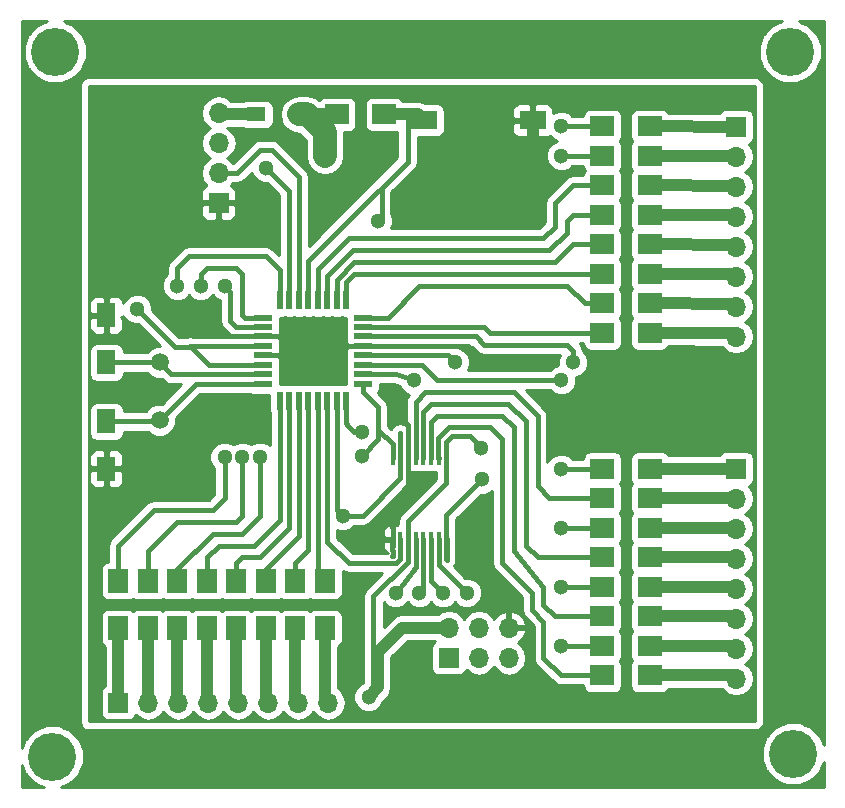
<source format=gtl>
G04 #@! TF.FileFunction,Copper,L1,Top,Signal*
%FSLAX46Y46*%
G04 Gerber Fmt 4.6, Leading zero omitted, Abs format (unit mm)*
G04 Created by KiCad (PCBNEW 4.0.5) date 03/19/17 16:49:18*
%MOMM*%
%LPD*%
G01*
G04 APERTURE LIST*
%ADD10C,0.100000*%
%ADD11R,1.700000X2.000000*%
%ADD12R,1.700000X1.700000*%
%ADD13O,1.700000X1.700000*%
%ADD14R,1.600000X2.000000*%
%ADD15R,1.600000X0.550000*%
%ADD16R,0.550000X1.600000*%
%ADD17R,1.600200X1.198880*%
%ADD18R,2.000000X1.700000*%
%ADD19R,2.180000X1.600000*%
%ADD20R,0.400000X1.200000*%
%ADD21C,1.500000*%
%ADD22C,4.064000*%
%ADD23C,1.300000*%
%ADD24C,0.450000*%
%ADD25C,1.000000*%
%ADD26C,2.000000*%
%ADD27C,0.400000*%
%ADD28C,0.254000*%
G04 APERTURE END LIST*
D10*
D11*
X160500000Y-140000000D03*
X160500000Y-136000000D03*
D12*
X171000000Y-142500000D03*
D13*
X171000000Y-139960000D03*
X173540000Y-142500000D03*
X173540000Y-139960000D03*
X176080000Y-142500000D03*
X176080000Y-139960000D03*
D12*
X151500000Y-104000000D03*
D13*
X151500000Y-101460000D03*
X151500000Y-98920000D03*
X151500000Y-96380000D03*
D14*
X142000000Y-113500000D03*
X142000000Y-117500000D03*
X142000000Y-126500000D03*
X142000000Y-122500000D03*
D15*
X155250000Y-113700000D03*
X155250000Y-114500000D03*
X155250000Y-115300000D03*
X155250000Y-116100000D03*
X155250000Y-116900000D03*
X155250000Y-117700000D03*
X155250000Y-118500000D03*
X155250000Y-119300000D03*
D16*
X156700000Y-120750000D03*
X157500000Y-120750000D03*
X158300000Y-120750000D03*
X159100000Y-120750000D03*
X159900000Y-120750000D03*
X160700000Y-120750000D03*
X161500000Y-120750000D03*
X162300000Y-120750000D03*
D15*
X163750000Y-119300000D03*
X163750000Y-118500000D03*
X163750000Y-117700000D03*
X163750000Y-116900000D03*
X163750000Y-116100000D03*
X163750000Y-115300000D03*
X163750000Y-114500000D03*
X163750000Y-113700000D03*
D16*
X162300000Y-112250000D03*
X161500000Y-112250000D03*
X160700000Y-112250000D03*
X159900000Y-112250000D03*
X159100000Y-112250000D03*
X158300000Y-112250000D03*
X157500000Y-112250000D03*
X156700000Y-112250000D03*
D17*
X158300860Y-96500000D03*
X154699140Y-96500000D03*
D12*
X195326000Y-126492000D03*
D13*
X195326000Y-129032000D03*
X195326000Y-131572000D03*
X195326000Y-134112000D03*
X195326000Y-136652000D03*
X195326000Y-139192000D03*
X195326000Y-141732000D03*
X195326000Y-144272000D03*
D12*
X195326000Y-97536000D03*
D13*
X195326000Y-100076000D03*
X195326000Y-102616000D03*
X195326000Y-105156000D03*
X195326000Y-107696000D03*
X195326000Y-110236000D03*
X195326000Y-112776000D03*
X195326000Y-115316000D03*
D12*
X143002000Y-146304000D03*
D13*
X145542000Y-146304000D03*
X148082000Y-146304000D03*
X150622000Y-146304000D03*
X153162000Y-146304000D03*
X155702000Y-146304000D03*
X158242000Y-146304000D03*
X160782000Y-146304000D03*
D18*
X161500000Y-96500000D03*
X165500000Y-96500000D03*
X188000000Y-126500000D03*
X184000000Y-126500000D03*
X188000000Y-131500000D03*
X184000000Y-131500000D03*
X188000000Y-136500000D03*
X184000000Y-136500000D03*
X188000000Y-141500000D03*
X184000000Y-141500000D03*
X188000000Y-97500000D03*
X184000000Y-97500000D03*
X188000000Y-102500000D03*
X184000000Y-102500000D03*
X188000000Y-107500000D03*
X184000000Y-107500000D03*
X188000000Y-112500000D03*
X184000000Y-112500000D03*
D11*
X143000000Y-140000000D03*
X143000000Y-136000000D03*
X148000000Y-140000000D03*
X148000000Y-136000000D03*
X153000000Y-140000000D03*
X153000000Y-136000000D03*
X158000000Y-140000000D03*
X158000000Y-136000000D03*
D18*
X188000000Y-129000000D03*
X184000000Y-129000000D03*
X188000000Y-134000000D03*
X184000000Y-134000000D03*
X188000000Y-139000000D03*
X184000000Y-139000000D03*
X188000000Y-144000000D03*
X184000000Y-144000000D03*
X188000000Y-100000000D03*
X184000000Y-100000000D03*
X188000000Y-105000000D03*
X184000000Y-105000000D03*
X188000000Y-110000000D03*
X184000000Y-110000000D03*
X188000000Y-115000000D03*
X184000000Y-115000000D03*
D11*
X145500000Y-140000000D03*
X145500000Y-136000000D03*
X150500000Y-140000000D03*
X150500000Y-136000000D03*
X155500000Y-140000000D03*
X155500000Y-136000000D03*
D19*
X168910000Y-97000000D03*
X178090000Y-97000000D03*
D20*
X166225000Y-132450000D03*
X166875000Y-132450000D03*
X167525000Y-132450000D03*
X168175000Y-132450000D03*
X168825000Y-132450000D03*
X169475000Y-132450000D03*
X170125000Y-132450000D03*
X170775000Y-132450000D03*
X170775000Y-125550000D03*
X170125000Y-125550000D03*
X169475000Y-125550000D03*
X168825000Y-125550000D03*
X168175000Y-125550000D03*
X167525000Y-125550000D03*
X166875000Y-125550000D03*
X166225000Y-125550000D03*
D21*
X146500000Y-117500000D03*
X146500000Y-122400000D03*
D22*
X137668000Y-91186000D03*
X199898000Y-91186000D03*
X200152000Y-150622000D03*
X137414000Y-150876000D03*
D23*
X144600000Y-113000000D03*
X164200000Y-145800000D03*
X173750000Y-124750000D03*
X160500000Y-100000000D03*
X147100000Y-113100000D03*
X166810140Y-121810140D03*
X177000000Y-117500000D03*
X175000000Y-103500000D03*
X168000000Y-119000000D03*
X171500000Y-117500000D03*
X173800000Y-127400000D03*
X153500000Y-125500000D03*
X150000000Y-111000000D03*
X152000000Y-111000000D03*
X155000000Y-125500000D03*
X162000000Y-130500000D03*
X163600008Y-123400000D03*
X163600000Y-125400000D03*
X180500000Y-100000000D03*
X180500000Y-119000000D03*
X180500000Y-97500000D03*
X181500000Y-117500000D03*
X165000000Y-105500000D03*
X155500000Y-101000000D03*
X152000000Y-125500000D03*
X148000000Y-111000000D03*
X166500000Y-137000000D03*
X180500000Y-126500000D03*
X180500000Y-131500000D03*
X168500000Y-137000000D03*
X170500000Y-137000000D03*
X180500000Y-136500000D03*
X180500000Y-141500000D03*
X172500000Y-137000000D03*
D24*
X170775000Y-125550000D02*
X170775000Y-127725000D01*
X167549998Y-130950002D02*
X167549998Y-132400004D01*
X170775000Y-127725000D02*
X167549998Y-130950002D01*
X167549998Y-132400004D02*
X167500002Y-132450000D01*
X167500002Y-132450000D02*
X167525000Y-132450000D01*
D25*
X171000000Y-139960000D02*
X167040000Y-139960000D01*
X165000000Y-145000000D02*
X164200000Y-145800000D01*
X165000000Y-142000000D02*
X165000000Y-145000000D01*
X167040000Y-139960000D02*
X165000000Y-142000000D01*
D24*
X164600000Y-140300000D02*
X164600000Y-145600000D01*
X167525000Y-132450000D02*
X167525000Y-134383998D01*
X167525000Y-134383998D02*
X164600000Y-137308998D01*
X164600000Y-137308998D02*
X164600000Y-140300000D01*
X155250000Y-116100000D02*
X149100000Y-116100000D01*
X149100000Y-116100000D02*
X150700000Y-117700000D01*
X150700000Y-117700000D02*
X155250000Y-117700000D01*
X149400000Y-116100000D02*
X149300000Y-116200000D01*
X149300000Y-116200000D02*
X147800000Y-116200000D01*
X147800000Y-116200000D02*
X144600000Y-113000000D01*
X164600000Y-145600000D02*
X164400000Y-145800000D01*
X164400000Y-145800000D02*
X164200000Y-145800000D01*
X170775000Y-125550000D02*
X170775000Y-124225000D01*
X172750000Y-123750000D02*
X173750000Y-124750000D01*
X171250000Y-123750000D02*
X172750000Y-123750000D01*
X170775000Y-124225000D02*
X171250000Y-123750000D01*
D26*
X158300860Y-96500000D02*
X159000000Y-96500000D01*
X159000000Y-96500000D02*
X160500000Y-98000000D01*
X160500000Y-98000000D02*
X160500000Y-100000000D01*
D25*
X158300860Y-96500000D02*
X161500000Y-96500000D01*
D24*
X166200000Y-133050000D02*
X166200000Y-133400000D01*
X166200000Y-133874990D02*
X166225000Y-133849990D01*
X166225000Y-133849990D02*
X166225000Y-133425000D01*
X166225000Y-133425000D02*
X166200000Y-133400000D01*
X166225000Y-132450000D02*
X166225000Y-133025000D01*
X166225000Y-133025000D02*
X166200000Y-133050000D01*
X166225000Y-132450000D02*
X166225000Y-130175000D01*
X166225000Y-130175000D02*
X167525000Y-128875000D01*
X167525000Y-128875000D02*
X167525000Y-126600000D01*
X167525000Y-126600000D02*
X167525000Y-125550000D01*
X155250000Y-115300000D02*
X149300000Y-115300000D01*
X149300000Y-115300000D02*
X147100000Y-113100000D01*
D27*
X166900000Y-122201456D02*
X166900000Y-121900000D01*
X166900000Y-121900000D02*
X166810140Y-121810140D01*
X167525000Y-125550000D02*
X167525000Y-122826456D01*
X167525000Y-122826456D02*
X166900000Y-122201456D01*
D24*
X166225000Y-132450000D02*
X166225000Y-132725000D01*
X166225000Y-132725000D02*
X166200000Y-132750000D01*
X176500000Y-117000000D02*
X176000000Y-117000000D01*
X177000000Y-117500000D02*
X176500000Y-117000000D01*
X163750000Y-116100000D02*
X172600000Y-116100000D01*
X173500000Y-117000000D02*
X176000000Y-117000000D01*
X172600000Y-116100000D02*
X173500000Y-117000000D01*
D25*
X178090000Y-100410000D02*
X178090000Y-97000000D01*
X175000000Y-103500000D02*
X178090000Y-100410000D01*
D24*
X155250000Y-115300000D02*
X156800000Y-115300000D01*
X157600000Y-116100000D02*
X157400000Y-116100000D01*
X156800000Y-115300000D02*
X157600000Y-116100000D01*
X155250000Y-116900000D02*
X156600000Y-116900000D01*
X157400000Y-116100000D02*
X163750000Y-116100000D01*
X156600000Y-116900000D02*
X157400000Y-116100000D01*
X166500000Y-118500000D02*
X163750000Y-118500000D01*
X168000000Y-119000000D02*
X166500000Y-118500000D01*
X163750000Y-116900000D02*
X170900000Y-116900000D01*
X170900000Y-116900000D02*
X171500000Y-117500000D01*
X146500000Y-117500000D02*
X142000000Y-117500000D01*
X155250000Y-118500000D02*
X147500000Y-118500000D01*
X147500000Y-118500000D02*
X146500000Y-117500000D01*
X142000000Y-122500000D02*
X146400000Y-122500000D01*
X146400000Y-122500000D02*
X146500000Y-122400000D01*
X155250000Y-119300000D02*
X149600000Y-119300000D01*
X149600000Y-119300000D02*
X146500000Y-122400000D01*
D27*
X170775000Y-132450000D02*
X170775000Y-134175000D01*
X170800000Y-134200000D02*
X170800000Y-132475000D01*
X170775000Y-134175000D02*
X170800000Y-134200000D01*
X170775000Y-132450000D02*
X170775000Y-130425000D01*
X170775000Y-130425000D02*
X173800000Y-127400000D01*
D24*
X150000000Y-111000000D02*
X150000000Y-110000000D01*
X150500000Y-109500000D02*
X152500000Y-109500000D01*
X150000000Y-110000000D02*
X150500000Y-109500000D01*
X153500000Y-110000000D02*
X153500000Y-111000000D01*
X153000000Y-109500000D02*
X153500000Y-110000000D01*
X152500000Y-109500000D02*
X153000000Y-109500000D01*
X145500000Y-136000000D02*
X145500000Y-133500000D01*
X153500000Y-130500000D02*
X153500000Y-125500000D01*
X153000000Y-131000000D02*
X153500000Y-130500000D01*
X148000000Y-131000000D02*
X153000000Y-131000000D01*
X145500000Y-133500000D02*
X148000000Y-131000000D01*
X153500000Y-111000000D02*
X153500000Y-113500000D01*
X153500000Y-113500000D02*
X153700000Y-113700000D01*
X153700000Y-113700000D02*
X155250000Y-113700000D01*
X153700000Y-113700000D02*
X155250000Y-113700000D01*
X155250000Y-114500000D02*
X153000000Y-114500000D01*
X153000000Y-114500000D02*
X152500000Y-114000000D01*
X152500000Y-114000000D02*
X152500000Y-111500000D01*
X152500000Y-111500000D02*
X152000000Y-111000000D01*
X152500000Y-114000000D02*
X153000000Y-114500000D01*
X148000000Y-135000000D02*
X151000000Y-132000000D01*
X155000000Y-130500000D02*
X155000000Y-125500000D01*
X153500000Y-132000000D02*
X155000000Y-130500000D01*
X151000000Y-132000000D02*
X153500000Y-132000000D01*
X148000000Y-136000000D02*
X148000000Y-135000000D01*
X153000000Y-114500000D02*
X155250000Y-114500000D01*
X156700000Y-120750000D02*
X156700000Y-130800000D01*
X150500000Y-134000000D02*
X150500000Y-136000000D01*
X151500000Y-133000000D02*
X150500000Y-134000000D01*
X154500000Y-133000000D02*
X151500000Y-133000000D01*
X156700000Y-130800000D02*
X154500000Y-133000000D01*
X157500000Y-120750000D02*
X157500000Y-131500000D01*
X153000000Y-134500000D02*
X153000000Y-136000000D01*
X153500000Y-134000000D02*
X153000000Y-134500000D01*
X155000000Y-134000000D02*
X153500000Y-134000000D01*
X157500000Y-131500000D02*
X155000000Y-134000000D01*
X158300000Y-120750000D02*
X158300000Y-132200000D01*
X158300000Y-132200000D02*
X155500000Y-135000000D01*
X155500000Y-135000000D02*
X155500000Y-136000000D01*
X159100000Y-120750000D02*
X159100000Y-133400000D01*
X158000000Y-134500000D02*
X158000000Y-136000000D01*
X159100000Y-133400000D02*
X158000000Y-134500000D01*
X159900000Y-120750000D02*
X159900000Y-135400000D01*
X159900000Y-135400000D02*
X160500000Y-136000000D01*
D27*
X166875000Y-132450000D02*
X166875000Y-134125000D01*
X160700000Y-132700000D02*
X160700000Y-120750000D01*
X162500000Y-134500000D02*
X160700000Y-132700000D01*
X166500000Y-134500000D02*
X162500000Y-134500000D01*
X166875000Y-134125000D02*
X166500000Y-134500000D01*
X166875000Y-125550000D02*
X166875000Y-127325000D01*
X163700000Y-130500000D02*
X162000000Y-130500000D01*
X166875000Y-127325000D02*
X163700000Y-130500000D01*
D24*
X162000000Y-130500000D02*
X161500000Y-130000000D01*
X161500000Y-125800000D02*
X161500000Y-120750000D01*
X161500000Y-130000000D02*
X161500000Y-125800000D01*
D27*
X166875000Y-125550000D02*
X166875000Y-123475000D01*
X166875000Y-123475000D02*
X166875000Y-125550000D01*
X166850002Y-125550000D02*
X166875000Y-125550000D01*
X162400000Y-122800000D02*
X162400000Y-122700000D01*
X162400000Y-122700000D02*
X162300000Y-122600000D01*
D24*
X162400000Y-122800000D02*
X163000000Y-123400000D01*
X163000000Y-123400000D02*
X163600008Y-123400000D01*
D27*
X162300000Y-120750000D02*
X162300000Y-122600000D01*
X163600000Y-125400000D02*
X165000000Y-124000000D01*
X165000000Y-124000000D02*
X165000000Y-123000000D01*
D24*
X163750000Y-119300000D02*
X163750000Y-120025000D01*
X163750000Y-120025000D02*
X165000000Y-121275000D01*
X165000000Y-121275000D02*
X165000000Y-123400000D01*
D27*
X165000000Y-122000000D02*
X165000000Y-123200000D01*
X165000000Y-123200000D02*
X166225000Y-124425000D01*
X166225000Y-124425000D02*
X166225000Y-125550000D01*
D24*
X163750000Y-117700000D02*
X168700000Y-117700000D01*
X180500000Y-100000000D02*
X184000000Y-100000000D01*
X170000000Y-119000000D02*
X180500000Y-119000000D01*
X168700000Y-117700000D02*
X170000000Y-119000000D01*
X163750000Y-115300000D02*
X173300000Y-115300000D01*
X180500000Y-97500000D02*
X184000000Y-97500000D01*
X181500000Y-116500000D02*
X181500000Y-117500000D01*
X181000000Y-116000000D02*
X181500000Y-116500000D01*
X174000000Y-116000000D02*
X181000000Y-116000000D01*
X173300000Y-115300000D02*
X174000000Y-116000000D01*
X184000000Y-115000000D02*
X174500000Y-115000000D01*
X174000000Y-114500000D02*
X163750000Y-114500000D01*
X174500000Y-115000000D02*
X174000000Y-114500000D01*
X163750000Y-113700000D02*
X165800000Y-113700000D01*
X168500000Y-111000000D02*
X176500000Y-111000000D01*
X165800000Y-113700000D02*
X168500000Y-111000000D01*
X182500000Y-112500000D02*
X184000000Y-112500000D01*
X181000000Y-111000000D02*
X182500000Y-112500000D01*
X176500000Y-111000000D02*
X181000000Y-111000000D01*
X184000000Y-110000000D02*
X163000000Y-110000000D01*
X162300000Y-110700000D02*
X162300000Y-112250000D01*
X163000000Y-110000000D02*
X162300000Y-110700000D01*
X184000000Y-107500000D02*
X181500000Y-107500000D01*
X161500000Y-110500000D02*
X161500000Y-112250000D01*
X163000000Y-109000000D02*
X161500000Y-110500000D01*
X180000000Y-109000000D02*
X163000000Y-109000000D01*
X181500000Y-107500000D02*
X180000000Y-109000000D01*
X160700000Y-112250000D02*
X160700000Y-110200000D01*
X181500000Y-105000000D02*
X184000000Y-105000000D01*
X181000000Y-105500000D02*
X181500000Y-105000000D01*
X181000000Y-106500000D02*
X181000000Y-105500000D01*
X179500000Y-108000000D02*
X181000000Y-106500000D01*
X162900000Y-108000000D02*
X179500000Y-108000000D01*
X160700000Y-110200000D02*
X162900000Y-108000000D01*
X184000000Y-102500000D02*
X181500000Y-102500000D01*
X159900000Y-109600000D02*
X159900000Y-112250000D01*
X162500000Y-107000000D02*
X159900000Y-109600000D01*
X179000000Y-107000000D02*
X162500000Y-107000000D01*
X180000000Y-106000000D02*
X179000000Y-107000000D01*
X180000000Y-104000000D02*
X180000000Y-106000000D01*
X181500000Y-102500000D02*
X180000000Y-104000000D01*
D27*
X165300000Y-102700000D02*
X165300000Y-105200000D01*
X165300000Y-105200000D02*
X165000000Y-105500000D01*
D24*
X159100000Y-112250000D02*
X159100000Y-108900000D01*
X159100000Y-108900000D02*
X164750000Y-103250000D01*
X164149999Y-103850009D02*
X163500000Y-104500008D01*
X164750000Y-103250008D02*
X164149999Y-103850009D01*
X164750000Y-103250000D02*
X164750000Y-103250008D01*
X167500000Y-100500000D02*
X167500000Y-96500000D01*
X165300000Y-102700000D02*
X167500000Y-100500000D01*
X164750000Y-103250000D02*
X165300000Y-102700000D01*
D25*
X165500000Y-96500000D02*
X167500000Y-96500000D01*
X167500000Y-96500000D02*
X168410000Y-96500000D01*
X168410000Y-96500000D02*
X168910000Y-97000000D01*
D24*
X158300000Y-112250000D02*
X158300000Y-101800000D01*
X153040000Y-101460000D02*
X151500000Y-101460000D01*
X155000000Y-99500000D02*
X153040000Y-101460000D01*
X156000000Y-99500000D02*
X155000000Y-99500000D01*
X158300000Y-101800000D02*
X156000000Y-99500000D01*
X157500000Y-112250000D02*
X157500000Y-103000000D01*
X157500000Y-103000000D02*
X155500000Y-101000000D01*
X148000000Y-111000000D02*
X148000000Y-109500000D01*
X149000000Y-108500000D02*
X150000000Y-108500000D01*
X148000000Y-109500000D02*
X149000000Y-108500000D01*
X156700000Y-109700000D02*
X156700000Y-112250000D01*
X155500000Y-108500000D02*
X156700000Y-109700000D01*
X150000000Y-108500000D02*
X155500000Y-108500000D01*
X143000000Y-136000000D02*
X143000000Y-133000000D01*
X152000000Y-129000000D02*
X152000000Y-125500000D01*
X151000000Y-130000000D02*
X152000000Y-129000000D01*
X146000000Y-130000000D02*
X151000000Y-130000000D01*
X143000000Y-133000000D02*
X146000000Y-130000000D01*
D25*
X151500000Y-96500000D02*
X154699140Y-96500000D01*
X188000000Y-126500000D02*
X195326000Y-126492000D01*
X188000000Y-129000000D02*
X195286000Y-128992000D01*
X195286000Y-128992000D02*
X195326000Y-129032000D01*
X188000000Y-131500000D02*
X195246000Y-131492000D01*
X195246000Y-131492000D02*
X195326000Y-131572000D01*
X188000000Y-134000000D02*
X195206000Y-133992000D01*
X195206000Y-133992000D02*
X195326000Y-134112000D01*
X188000000Y-136500000D02*
X195166000Y-136492000D01*
X195166000Y-136492000D02*
X195326000Y-136652000D01*
X188000000Y-139000000D02*
X195126000Y-138992000D01*
X195126000Y-138992000D02*
X195326000Y-139192000D01*
X188000000Y-141500000D02*
X195086000Y-141492000D01*
X195086000Y-141492000D02*
X195326000Y-141732000D01*
X188000000Y-144000000D02*
X195046000Y-143992000D01*
X195046000Y-143992000D02*
X195326000Y-144272000D01*
X188000000Y-97500000D02*
X195326000Y-97536000D01*
X195286000Y-100036000D02*
X195326000Y-100076000D01*
X188000000Y-100000000D02*
X195286000Y-100036000D01*
X195246000Y-102536000D02*
X195326000Y-102616000D01*
X188000000Y-102500000D02*
X195246000Y-102536000D01*
X195206000Y-105036000D02*
X195326000Y-105156000D01*
X188000000Y-105000000D02*
X195206000Y-105036000D01*
X188000000Y-107500000D02*
X195166000Y-107536000D01*
X195166000Y-107536000D02*
X195326000Y-107696000D01*
X188000000Y-110000000D02*
X195126000Y-110036000D01*
X195126000Y-110036000D02*
X195326000Y-110236000D01*
X188000000Y-112500000D02*
X195086000Y-112536000D01*
X195086000Y-112536000D02*
X195326000Y-112776000D01*
X188000000Y-115000000D02*
X195046000Y-115036000D01*
X195046000Y-115036000D02*
X195326000Y-115316000D01*
X143002000Y-146304000D02*
X143000000Y-140000000D01*
X145500000Y-140000000D02*
X145502000Y-146264000D01*
X145502000Y-146264000D02*
X145542000Y-146304000D01*
X148000000Y-140000000D02*
X148002000Y-146224000D01*
X148002000Y-146224000D02*
X148082000Y-146304000D01*
X150500000Y-140000000D02*
X150502000Y-146184000D01*
X150502000Y-146184000D02*
X150622000Y-146304000D01*
X153000000Y-140000000D02*
X153002000Y-146144000D01*
X153002000Y-146144000D02*
X153162000Y-146304000D01*
X155500000Y-140000000D02*
X155502000Y-146104000D01*
X155502000Y-146104000D02*
X155702000Y-146304000D01*
X158000000Y-140000000D02*
X158002000Y-146064000D01*
X158002000Y-146064000D02*
X158242000Y-146304000D01*
X160500000Y-140000000D02*
X160502000Y-146024000D01*
X160502000Y-146024000D02*
X160782000Y-146304000D01*
D27*
X168175000Y-132450000D02*
X168175000Y-134825000D01*
X168175000Y-134825000D02*
X166500000Y-137000000D01*
X184000000Y-126500000D02*
X180500000Y-126500000D01*
X168000000Y-135000000D02*
X168175000Y-134825000D01*
X168825000Y-132450000D02*
X168825000Y-136675000D01*
X180500000Y-131500000D02*
X184000000Y-131500000D01*
X168825000Y-136675000D02*
X168500000Y-137000000D01*
X184000000Y-136500000D02*
X180500000Y-136500000D01*
X169475000Y-135975000D02*
X169475000Y-132450000D01*
X170500000Y-137000000D02*
X169475000Y-135975000D01*
X170125000Y-132450000D02*
X170125000Y-134625000D01*
X180500000Y-141500000D02*
X184000000Y-141500000D01*
X170125000Y-134625000D02*
X172500000Y-137000000D01*
X174500000Y-120000000D02*
X176500000Y-120000000D01*
X179500000Y-129000000D02*
X182000000Y-129000000D01*
X178500000Y-128000000D02*
X179500000Y-129000000D01*
X178500000Y-122000000D02*
X178500000Y-128000000D01*
X176500000Y-120000000D02*
X178500000Y-122000000D01*
X168175000Y-124000000D02*
X168175000Y-125550000D01*
X168175000Y-124550000D02*
X168175000Y-124000000D01*
X168175000Y-124000000D02*
X168175000Y-120825000D01*
X182000000Y-129000000D02*
X184000000Y-129000000D01*
X169000000Y-120000000D02*
X174500000Y-120000000D01*
X168175000Y-120825000D02*
X169000000Y-120000000D01*
X176000000Y-121000000D02*
X177500000Y-122500000D01*
X177500000Y-122500000D02*
X177500000Y-133000000D01*
X178500000Y-134000000D02*
X182500000Y-134000000D01*
X177500000Y-133000000D02*
X178500000Y-134000000D01*
X168825002Y-122174998D02*
X168825002Y-121674998D01*
X169500000Y-121000000D02*
X170500000Y-121000000D01*
X168825002Y-121674998D02*
X169500000Y-121000000D01*
X168825002Y-125549998D02*
X168825002Y-124500000D01*
X182500000Y-134000000D02*
X184000000Y-134000000D01*
X176000000Y-121000000D02*
X170500000Y-121000000D01*
X168825002Y-122174998D02*
X168825002Y-124500000D01*
X168825002Y-125549998D02*
X168825000Y-125550000D01*
X168825002Y-124550000D02*
X168825000Y-124550000D01*
X169475000Y-125550000D02*
X169475000Y-122525000D01*
X180000000Y-139000000D02*
X183500000Y-139000000D01*
X179000000Y-138000000D02*
X180000000Y-139000000D01*
X179000000Y-136500000D02*
X179000000Y-138000000D01*
X176500000Y-133500000D02*
X179000000Y-136500000D01*
X176500000Y-123000000D02*
X176500000Y-133500000D01*
X175500000Y-122000000D02*
X176500000Y-123000000D01*
X170000000Y-122000000D02*
X175500000Y-122000000D01*
X169475000Y-122525000D02*
X170000000Y-122000000D01*
X184000000Y-144000000D02*
X180500000Y-144000000D01*
X170075002Y-123924998D02*
X170075002Y-125550000D01*
X171000000Y-123000000D02*
X170075002Y-123924998D01*
X174500000Y-123000000D02*
X171000000Y-123000000D01*
X175500000Y-124000000D02*
X174500000Y-123000000D01*
X175500000Y-134500000D02*
X175500000Y-124000000D01*
X178000000Y-137000000D02*
X175500000Y-134500000D01*
X178000000Y-138500000D02*
X178000000Y-137000000D01*
X179000000Y-139500000D02*
X178000000Y-138500000D01*
X179000000Y-142500000D02*
X179000000Y-139500000D01*
X180500000Y-144000000D02*
X179000000Y-142500000D01*
X170075002Y-125550000D02*
X170125000Y-125550000D01*
D28*
G36*
X196873000Y-147873000D02*
X140527000Y-147873000D01*
X140527000Y-139000000D01*
X141502560Y-139000000D01*
X141502560Y-141000000D01*
X141546838Y-141235317D01*
X141685910Y-141451441D01*
X141865499Y-141574149D01*
X141866549Y-144883098D01*
X141700559Y-144989910D01*
X141555569Y-145202110D01*
X141504560Y-145454000D01*
X141504560Y-147154000D01*
X141548838Y-147389317D01*
X141687910Y-147605441D01*
X141900110Y-147750431D01*
X142152000Y-147801440D01*
X143852000Y-147801440D01*
X144087317Y-147757162D01*
X144303441Y-147618090D01*
X144448431Y-147405890D01*
X144462086Y-147338459D01*
X144491946Y-147383147D01*
X144973715Y-147705054D01*
X145542000Y-147818093D01*
X146110285Y-147705054D01*
X146592054Y-147383147D01*
X146812000Y-147053974D01*
X147031946Y-147383147D01*
X147513715Y-147705054D01*
X148082000Y-147818093D01*
X148650285Y-147705054D01*
X149132054Y-147383147D01*
X149352000Y-147053974D01*
X149571946Y-147383147D01*
X150053715Y-147705054D01*
X150622000Y-147818093D01*
X151190285Y-147705054D01*
X151672054Y-147383147D01*
X151892000Y-147053974D01*
X152111946Y-147383147D01*
X152593715Y-147705054D01*
X153162000Y-147818093D01*
X153730285Y-147705054D01*
X154212054Y-147383147D01*
X154432000Y-147053974D01*
X154651946Y-147383147D01*
X155133715Y-147705054D01*
X155702000Y-147818093D01*
X156270285Y-147705054D01*
X156752054Y-147383147D01*
X156972000Y-147053974D01*
X157191946Y-147383147D01*
X157673715Y-147705054D01*
X158242000Y-147818093D01*
X158810285Y-147705054D01*
X159292054Y-147383147D01*
X159512000Y-147053974D01*
X159731946Y-147383147D01*
X160213715Y-147705054D01*
X160782000Y-147818093D01*
X161350285Y-147705054D01*
X161832054Y-147383147D01*
X162153961Y-146901378D01*
X162267000Y-146333093D01*
X162267000Y-146274907D01*
X162153961Y-145706622D01*
X161832054Y-145224853D01*
X161636691Y-145094316D01*
X161635522Y-141570856D01*
X161801441Y-141464090D01*
X161946431Y-141251890D01*
X161997440Y-141000000D01*
X161997440Y-139000000D01*
X161953162Y-138764683D01*
X161814090Y-138548559D01*
X161601890Y-138403569D01*
X161350000Y-138352560D01*
X159650000Y-138352560D01*
X159414683Y-138396838D01*
X159248523Y-138503759D01*
X159101890Y-138403569D01*
X158850000Y-138352560D01*
X157150000Y-138352560D01*
X156914683Y-138396838D01*
X156748523Y-138503759D01*
X156601890Y-138403569D01*
X156350000Y-138352560D01*
X154650000Y-138352560D01*
X154414683Y-138396838D01*
X154248523Y-138503759D01*
X154101890Y-138403569D01*
X153850000Y-138352560D01*
X152150000Y-138352560D01*
X151914683Y-138396838D01*
X151748523Y-138503759D01*
X151601890Y-138403569D01*
X151350000Y-138352560D01*
X149650000Y-138352560D01*
X149414683Y-138396838D01*
X149248523Y-138503759D01*
X149101890Y-138403569D01*
X148850000Y-138352560D01*
X147150000Y-138352560D01*
X146914683Y-138396838D01*
X146748523Y-138503759D01*
X146601890Y-138403569D01*
X146350000Y-138352560D01*
X144650000Y-138352560D01*
X144414683Y-138396838D01*
X144248523Y-138503759D01*
X144101890Y-138403569D01*
X143850000Y-138352560D01*
X142150000Y-138352560D01*
X141914683Y-138396838D01*
X141698559Y-138535910D01*
X141553569Y-138748110D01*
X141502560Y-139000000D01*
X140527000Y-139000000D01*
X140527000Y-126785750D01*
X140565000Y-126785750D01*
X140565000Y-127626309D01*
X140661673Y-127859698D01*
X140840301Y-128038327D01*
X141073690Y-128135000D01*
X141714250Y-128135000D01*
X141873000Y-127976250D01*
X141873000Y-126627000D01*
X142127000Y-126627000D01*
X142127000Y-127976250D01*
X142285750Y-128135000D01*
X142926310Y-128135000D01*
X143159699Y-128038327D01*
X143338327Y-127859698D01*
X143435000Y-127626309D01*
X143435000Y-126785750D01*
X143276250Y-126627000D01*
X142127000Y-126627000D01*
X141873000Y-126627000D01*
X140723750Y-126627000D01*
X140565000Y-126785750D01*
X140527000Y-126785750D01*
X140527000Y-125373691D01*
X140565000Y-125373691D01*
X140565000Y-126214250D01*
X140723750Y-126373000D01*
X141873000Y-126373000D01*
X141873000Y-125023750D01*
X142127000Y-125023750D01*
X142127000Y-126373000D01*
X143276250Y-126373000D01*
X143435000Y-126214250D01*
X143435000Y-125373691D01*
X143338327Y-125140302D01*
X143159699Y-124961673D01*
X142926310Y-124865000D01*
X142285750Y-124865000D01*
X142127000Y-125023750D01*
X141873000Y-125023750D01*
X141714250Y-124865000D01*
X141073690Y-124865000D01*
X140840301Y-124961673D01*
X140661673Y-125140302D01*
X140565000Y-125373691D01*
X140527000Y-125373691D01*
X140527000Y-116500000D01*
X140552560Y-116500000D01*
X140552560Y-118500000D01*
X140596838Y-118735317D01*
X140735910Y-118951441D01*
X140948110Y-119096431D01*
X141200000Y-119147440D01*
X142800000Y-119147440D01*
X143035317Y-119103162D01*
X143251441Y-118964090D01*
X143396431Y-118751890D01*
X143447440Y-118500000D01*
X143447440Y-118360000D01*
X145401521Y-118360000D01*
X145714436Y-118673461D01*
X146223298Y-118884759D01*
X146668924Y-118885148D01*
X146891888Y-119108112D01*
X147170893Y-119294537D01*
X147500000Y-119360001D01*
X147500005Y-119360000D01*
X148323776Y-119360000D01*
X146668629Y-121015147D01*
X146225715Y-121014760D01*
X145716485Y-121225169D01*
X145326539Y-121614436D01*
X145315924Y-121640000D01*
X143447440Y-121640000D01*
X143447440Y-121500000D01*
X143403162Y-121264683D01*
X143264090Y-121048559D01*
X143051890Y-120903569D01*
X142800000Y-120852560D01*
X141200000Y-120852560D01*
X140964683Y-120896838D01*
X140748559Y-121035910D01*
X140603569Y-121248110D01*
X140552560Y-121500000D01*
X140552560Y-123500000D01*
X140596838Y-123735317D01*
X140735910Y-123951441D01*
X140948110Y-124096431D01*
X141200000Y-124147440D01*
X142800000Y-124147440D01*
X143035317Y-124103162D01*
X143251441Y-123964090D01*
X143396431Y-123751890D01*
X143447440Y-123500000D01*
X143447440Y-123360000D01*
X145501347Y-123360000D01*
X145714436Y-123573461D01*
X146223298Y-123784759D01*
X146774285Y-123785240D01*
X147283515Y-123574831D01*
X147673461Y-123185564D01*
X147884759Y-122676702D01*
X147885148Y-122231076D01*
X149956224Y-120160000D01*
X154181380Y-120160000D01*
X154198110Y-120171431D01*
X154450000Y-120222440D01*
X155777560Y-120222440D01*
X155777560Y-121550000D01*
X155821838Y-121785317D01*
X155840000Y-121813542D01*
X155840000Y-124522615D01*
X155728845Y-124411265D01*
X155256724Y-124215223D01*
X154745519Y-124214777D01*
X154273057Y-124409995D01*
X154250277Y-124432735D01*
X154228845Y-124411265D01*
X153756724Y-124215223D01*
X153245519Y-124214777D01*
X152773057Y-124409995D01*
X152750277Y-124432735D01*
X152728845Y-124411265D01*
X152256724Y-124215223D01*
X151745519Y-124214777D01*
X151273057Y-124409995D01*
X150911265Y-124771155D01*
X150715223Y-125243276D01*
X150714777Y-125754481D01*
X150909995Y-126226943D01*
X151140000Y-126457350D01*
X151140000Y-128643776D01*
X150643776Y-129140000D01*
X146000000Y-129140000D01*
X145670893Y-129205463D01*
X145391888Y-129391888D01*
X142391888Y-132391888D01*
X142205464Y-132670892D01*
X142140000Y-133000000D01*
X142140000Y-134354442D01*
X141914683Y-134396838D01*
X141698559Y-134535910D01*
X141553569Y-134748110D01*
X141502560Y-135000000D01*
X141502560Y-137000000D01*
X141546838Y-137235317D01*
X141685910Y-137451441D01*
X141898110Y-137596431D01*
X142150000Y-137647440D01*
X143850000Y-137647440D01*
X144085317Y-137603162D01*
X144251477Y-137496241D01*
X144398110Y-137596431D01*
X144650000Y-137647440D01*
X146350000Y-137647440D01*
X146585317Y-137603162D01*
X146751477Y-137496241D01*
X146898110Y-137596431D01*
X147150000Y-137647440D01*
X148850000Y-137647440D01*
X149085317Y-137603162D01*
X149251477Y-137496241D01*
X149398110Y-137596431D01*
X149650000Y-137647440D01*
X151350000Y-137647440D01*
X151585317Y-137603162D01*
X151751477Y-137496241D01*
X151898110Y-137596431D01*
X152150000Y-137647440D01*
X153850000Y-137647440D01*
X154085317Y-137603162D01*
X154251477Y-137496241D01*
X154398110Y-137596431D01*
X154650000Y-137647440D01*
X156350000Y-137647440D01*
X156585317Y-137603162D01*
X156751477Y-137496241D01*
X156898110Y-137596431D01*
X157150000Y-137647440D01*
X158850000Y-137647440D01*
X159085317Y-137603162D01*
X159251477Y-137496241D01*
X159398110Y-137596431D01*
X159650000Y-137647440D01*
X161350000Y-137647440D01*
X161585317Y-137603162D01*
X161801441Y-137464090D01*
X161946431Y-137251890D01*
X161997440Y-137000000D01*
X161997440Y-135149150D01*
X162180459Y-135271439D01*
X162500000Y-135335000D01*
X165357774Y-135335000D01*
X163991888Y-136700886D01*
X163805464Y-136979890D01*
X163740000Y-137308998D01*
X163740000Y-144599696D01*
X163473057Y-144709995D01*
X163111265Y-145071155D01*
X162915223Y-145543276D01*
X162914777Y-146054481D01*
X163109995Y-146526943D01*
X163471155Y-146888735D01*
X163943276Y-147084777D01*
X164454481Y-147085223D01*
X164926943Y-146890005D01*
X165288735Y-146528845D01*
X165439593Y-146165539D01*
X165802566Y-145802566D01*
X165891374Y-145669655D01*
X166048603Y-145434346D01*
X166135000Y-145000000D01*
X166135000Y-142470132D01*
X167510132Y-141095000D01*
X169839837Y-141095000D01*
X169698559Y-141185910D01*
X169553569Y-141398110D01*
X169502560Y-141650000D01*
X169502560Y-143350000D01*
X169546838Y-143585317D01*
X169685910Y-143801441D01*
X169898110Y-143946431D01*
X170150000Y-143997440D01*
X171850000Y-143997440D01*
X172085317Y-143953162D01*
X172301441Y-143814090D01*
X172446431Y-143601890D01*
X172460086Y-143534459D01*
X172489946Y-143579147D01*
X172971715Y-143901054D01*
X173540000Y-144014093D01*
X174108285Y-143901054D01*
X174590054Y-143579147D01*
X174810000Y-143249974D01*
X175029946Y-143579147D01*
X175511715Y-143901054D01*
X176080000Y-144014093D01*
X176648285Y-143901054D01*
X177130054Y-143579147D01*
X177451961Y-143097378D01*
X177565000Y-142529093D01*
X177565000Y-142470907D01*
X177451961Y-141902622D01*
X177130054Y-141420853D01*
X176846899Y-141231655D01*
X176846924Y-141231645D01*
X177275183Y-140841358D01*
X177521486Y-140316892D01*
X177400819Y-140087000D01*
X176207000Y-140087000D01*
X176207000Y-140107000D01*
X175953000Y-140107000D01*
X175953000Y-140087000D01*
X175933000Y-140087000D01*
X175933000Y-139833000D01*
X175953000Y-139833000D01*
X175953000Y-138639845D01*
X176207000Y-138639845D01*
X176207000Y-139833000D01*
X177400819Y-139833000D01*
X177521486Y-139603108D01*
X177275183Y-139078642D01*
X176846924Y-138688355D01*
X176436890Y-138518524D01*
X176207000Y-138639845D01*
X175953000Y-138639845D01*
X175723110Y-138518524D01*
X175313076Y-138688355D01*
X174884817Y-139078642D01*
X174817702Y-139221553D01*
X174590054Y-138880853D01*
X174108285Y-138558946D01*
X173540000Y-138445907D01*
X172971715Y-138558946D01*
X172489946Y-138880853D01*
X172270000Y-139210026D01*
X172050054Y-138880853D01*
X171568285Y-138558946D01*
X171000000Y-138445907D01*
X170431715Y-138558946D01*
X170033536Y-138825000D01*
X167040000Y-138825000D01*
X166605655Y-138911396D01*
X166237434Y-139157434D01*
X165460000Y-139934868D01*
X165460000Y-137777036D01*
X165771155Y-138088735D01*
X166243276Y-138284777D01*
X166754481Y-138285223D01*
X167226943Y-138090005D01*
X167500160Y-137817266D01*
X167771155Y-138088735D01*
X168243276Y-138284777D01*
X168754481Y-138285223D01*
X169226943Y-138090005D01*
X169500160Y-137817266D01*
X169771155Y-138088735D01*
X170243276Y-138284777D01*
X170754481Y-138285223D01*
X171226943Y-138090005D01*
X171500160Y-137817266D01*
X171771155Y-138088735D01*
X172243276Y-138284777D01*
X172754481Y-138285223D01*
X173226943Y-138090005D01*
X173588735Y-137728845D01*
X173784777Y-137256724D01*
X173785223Y-136745519D01*
X173590005Y-136273057D01*
X173228845Y-135911265D01*
X172756724Y-135715223D01*
X172395776Y-135714908D01*
X171422825Y-134741957D01*
X171571439Y-134519541D01*
X171635000Y-134200000D01*
X171635000Y-132475000D01*
X171622440Y-132411857D01*
X171622440Y-131850000D01*
X171610000Y-131783887D01*
X171610000Y-130770868D01*
X173695958Y-128684910D01*
X174054481Y-128685223D01*
X174526943Y-128490005D01*
X174665000Y-128352189D01*
X174665000Y-134500000D01*
X174728561Y-134819541D01*
X174884934Y-135053569D01*
X174909566Y-135090434D01*
X177165000Y-137345868D01*
X177165000Y-138500000D01*
X177228561Y-138819541D01*
X177349140Y-139000000D01*
X177409566Y-139090434D01*
X178165000Y-139845868D01*
X178165000Y-142500000D01*
X178228561Y-142819541D01*
X178409566Y-143090434D01*
X179909566Y-144590434D01*
X180180459Y-144771439D01*
X180500000Y-144835000D01*
X182352560Y-144835000D01*
X182352560Y-144850000D01*
X182396838Y-145085317D01*
X182535910Y-145301441D01*
X182748110Y-145446431D01*
X183000000Y-145497440D01*
X185000000Y-145497440D01*
X185235317Y-145453162D01*
X185451441Y-145314090D01*
X185596431Y-145101890D01*
X185647440Y-144850000D01*
X185647440Y-143150000D01*
X185603162Y-142914683D01*
X185496241Y-142748523D01*
X185596431Y-142601890D01*
X185647440Y-142350000D01*
X185647440Y-140650000D01*
X185603162Y-140414683D01*
X185496241Y-140248523D01*
X185596431Y-140101890D01*
X185647440Y-139850000D01*
X185647440Y-138150000D01*
X185603162Y-137914683D01*
X185496241Y-137748523D01*
X185596431Y-137601890D01*
X185647440Y-137350000D01*
X185647440Y-135650000D01*
X185603162Y-135414683D01*
X185496241Y-135248523D01*
X185596431Y-135101890D01*
X185647440Y-134850000D01*
X185647440Y-133150000D01*
X185603162Y-132914683D01*
X185496241Y-132748523D01*
X185596431Y-132601890D01*
X185647440Y-132350000D01*
X185647440Y-130650000D01*
X185603162Y-130414683D01*
X185496241Y-130248523D01*
X185596431Y-130101890D01*
X185647440Y-129850000D01*
X185647440Y-128150000D01*
X185603162Y-127914683D01*
X185496241Y-127748523D01*
X185596431Y-127601890D01*
X185647440Y-127350000D01*
X185647440Y-125650000D01*
X186352560Y-125650000D01*
X186352560Y-127350000D01*
X186396838Y-127585317D01*
X186503759Y-127751477D01*
X186403569Y-127898110D01*
X186352560Y-128150000D01*
X186352560Y-129850000D01*
X186396838Y-130085317D01*
X186503759Y-130251477D01*
X186403569Y-130398110D01*
X186352560Y-130650000D01*
X186352560Y-132350000D01*
X186396838Y-132585317D01*
X186503759Y-132751477D01*
X186403569Y-132898110D01*
X186352560Y-133150000D01*
X186352560Y-134850000D01*
X186396838Y-135085317D01*
X186503759Y-135251477D01*
X186403569Y-135398110D01*
X186352560Y-135650000D01*
X186352560Y-137350000D01*
X186396838Y-137585317D01*
X186503759Y-137751477D01*
X186403569Y-137898110D01*
X186352560Y-138150000D01*
X186352560Y-139850000D01*
X186396838Y-140085317D01*
X186503759Y-140251477D01*
X186403569Y-140398110D01*
X186352560Y-140650000D01*
X186352560Y-142350000D01*
X186396838Y-142585317D01*
X186503759Y-142751477D01*
X186403569Y-142898110D01*
X186352560Y-143150000D01*
X186352560Y-144850000D01*
X186396838Y-145085317D01*
X186535910Y-145301441D01*
X186748110Y-145446431D01*
X187000000Y-145497440D01*
X189000000Y-145497440D01*
X189235317Y-145453162D01*
X189451441Y-145314090D01*
X189575029Y-145133212D01*
X194117227Y-145128055D01*
X194246853Y-145322054D01*
X194728622Y-145643961D01*
X195296907Y-145757000D01*
X195355093Y-145757000D01*
X195923378Y-145643961D01*
X196405147Y-145322054D01*
X196727054Y-144840285D01*
X196840093Y-144272000D01*
X196727054Y-143703715D01*
X196405147Y-143221946D01*
X196075974Y-143002000D01*
X196405147Y-142782054D01*
X196727054Y-142300285D01*
X196840093Y-141732000D01*
X196727054Y-141163715D01*
X196405147Y-140681946D01*
X196075974Y-140462000D01*
X196405147Y-140242054D01*
X196727054Y-139760285D01*
X196840093Y-139192000D01*
X196727054Y-138623715D01*
X196405147Y-138141946D01*
X196075974Y-137922000D01*
X196405147Y-137702054D01*
X196727054Y-137220285D01*
X196840093Y-136652000D01*
X196727054Y-136083715D01*
X196405147Y-135601946D01*
X196075974Y-135382000D01*
X196405147Y-135162054D01*
X196727054Y-134680285D01*
X196840093Y-134112000D01*
X196727054Y-133543715D01*
X196405147Y-133061946D01*
X196075974Y-132842000D01*
X196405147Y-132622054D01*
X196727054Y-132140285D01*
X196840093Y-131572000D01*
X196727054Y-131003715D01*
X196405147Y-130521946D01*
X196075974Y-130302000D01*
X196405147Y-130082054D01*
X196727054Y-129600285D01*
X196840093Y-129032000D01*
X196727054Y-128463715D01*
X196405147Y-127981946D01*
X196363548Y-127954150D01*
X196411317Y-127945162D01*
X196627441Y-127806090D01*
X196772431Y-127593890D01*
X196823440Y-127342000D01*
X196823440Y-125642000D01*
X196779162Y-125406683D01*
X196640090Y-125190559D01*
X196427890Y-125045569D01*
X196176000Y-124994560D01*
X194476000Y-124994560D01*
X194240683Y-125038838D01*
X194024559Y-125177910D01*
X193901129Y-125358556D01*
X189570088Y-125363285D01*
X189464090Y-125198559D01*
X189251890Y-125053569D01*
X189000000Y-125002560D01*
X187000000Y-125002560D01*
X186764683Y-125046838D01*
X186548559Y-125185910D01*
X186403569Y-125398110D01*
X186352560Y-125650000D01*
X185647440Y-125650000D01*
X185603162Y-125414683D01*
X185464090Y-125198559D01*
X185251890Y-125053569D01*
X185000000Y-125002560D01*
X183000000Y-125002560D01*
X182764683Y-125046838D01*
X182548559Y-125185910D01*
X182403569Y-125398110D01*
X182352560Y-125650000D01*
X182352560Y-125665000D01*
X181482137Y-125665000D01*
X181228845Y-125411265D01*
X180756724Y-125215223D01*
X180245519Y-125214777D01*
X179773057Y-125409995D01*
X179411265Y-125771155D01*
X179335000Y-125954821D01*
X179335000Y-122000000D01*
X179271439Y-121680459D01*
X179090434Y-121409566D01*
X177540868Y-119860000D01*
X179542820Y-119860000D01*
X179771155Y-120088735D01*
X180243276Y-120284777D01*
X180754481Y-120285223D01*
X181226943Y-120090005D01*
X181588735Y-119728845D01*
X181784777Y-119256724D01*
X181785199Y-118772530D01*
X182226943Y-118590005D01*
X182588735Y-118228845D01*
X182784777Y-117756724D01*
X182785223Y-117245519D01*
X182590005Y-116773057D01*
X182360000Y-116542650D01*
X182360000Y-116500000D01*
X182294536Y-116170892D01*
X182108112Y-115891888D01*
X182076224Y-115860000D01*
X182354442Y-115860000D01*
X182396838Y-116085317D01*
X182535910Y-116301441D01*
X182748110Y-116446431D01*
X183000000Y-116497440D01*
X185000000Y-116497440D01*
X185235317Y-116453162D01*
X185451441Y-116314090D01*
X185596431Y-116101890D01*
X185647440Y-115850000D01*
X185647440Y-114150000D01*
X185603162Y-113914683D01*
X185496241Y-113748523D01*
X185596431Y-113601890D01*
X185647440Y-113350000D01*
X185647440Y-111650000D01*
X185603162Y-111414683D01*
X185496241Y-111248523D01*
X185596431Y-111101890D01*
X185647440Y-110850000D01*
X185647440Y-109150000D01*
X185603162Y-108914683D01*
X185496241Y-108748523D01*
X185596431Y-108601890D01*
X185647440Y-108350000D01*
X185647440Y-106650000D01*
X185603162Y-106414683D01*
X185496241Y-106248523D01*
X185596431Y-106101890D01*
X185647440Y-105850000D01*
X185647440Y-104150000D01*
X185603162Y-103914683D01*
X185496241Y-103748523D01*
X185596431Y-103601890D01*
X185647440Y-103350000D01*
X185647440Y-101650000D01*
X185603162Y-101414683D01*
X185496241Y-101248523D01*
X185596431Y-101101890D01*
X185647440Y-100850000D01*
X185647440Y-99150000D01*
X185603162Y-98914683D01*
X185496241Y-98748523D01*
X185596431Y-98601890D01*
X185647440Y-98350000D01*
X185647440Y-96650000D01*
X186352560Y-96650000D01*
X186352560Y-98350000D01*
X186396838Y-98585317D01*
X186503759Y-98751477D01*
X186403569Y-98898110D01*
X186352560Y-99150000D01*
X186352560Y-100850000D01*
X186396838Y-101085317D01*
X186503759Y-101251477D01*
X186403569Y-101398110D01*
X186352560Y-101650000D01*
X186352560Y-103350000D01*
X186396838Y-103585317D01*
X186503759Y-103751477D01*
X186403569Y-103898110D01*
X186352560Y-104150000D01*
X186352560Y-105850000D01*
X186396838Y-106085317D01*
X186503759Y-106251477D01*
X186403569Y-106398110D01*
X186352560Y-106650000D01*
X186352560Y-108350000D01*
X186396838Y-108585317D01*
X186503759Y-108751477D01*
X186403569Y-108898110D01*
X186352560Y-109150000D01*
X186352560Y-110850000D01*
X186396838Y-111085317D01*
X186503759Y-111251477D01*
X186403569Y-111398110D01*
X186352560Y-111650000D01*
X186352560Y-113350000D01*
X186396838Y-113585317D01*
X186503759Y-113751477D01*
X186403569Y-113898110D01*
X186352560Y-114150000D01*
X186352560Y-115850000D01*
X186396838Y-116085317D01*
X186535910Y-116301441D01*
X186748110Y-116446431D01*
X187000000Y-116497440D01*
X189000000Y-116497440D01*
X189235317Y-116453162D01*
X189451441Y-116314090D01*
X189568323Y-116143028D01*
X194113348Y-116166249D01*
X194246853Y-116366054D01*
X194728622Y-116687961D01*
X195296907Y-116801000D01*
X195355093Y-116801000D01*
X195923378Y-116687961D01*
X196405147Y-116366054D01*
X196727054Y-115884285D01*
X196840093Y-115316000D01*
X196727054Y-114747715D01*
X196405147Y-114265946D01*
X196075974Y-114046000D01*
X196405147Y-113826054D01*
X196727054Y-113344285D01*
X196840093Y-112776000D01*
X196727054Y-112207715D01*
X196405147Y-111725946D01*
X196075974Y-111506000D01*
X196405147Y-111286054D01*
X196727054Y-110804285D01*
X196840093Y-110236000D01*
X196727054Y-109667715D01*
X196405147Y-109185946D01*
X196075974Y-108966000D01*
X196405147Y-108746054D01*
X196727054Y-108264285D01*
X196840093Y-107696000D01*
X196727054Y-107127715D01*
X196405147Y-106645946D01*
X196075974Y-106426000D01*
X196405147Y-106206054D01*
X196727054Y-105724285D01*
X196840093Y-105156000D01*
X196727054Y-104587715D01*
X196405147Y-104105946D01*
X196075974Y-103886000D01*
X196405147Y-103666054D01*
X196727054Y-103184285D01*
X196840093Y-102616000D01*
X196727054Y-102047715D01*
X196405147Y-101565946D01*
X196075974Y-101346000D01*
X196405147Y-101126054D01*
X196727054Y-100644285D01*
X196840093Y-100076000D01*
X196727054Y-99507715D01*
X196405147Y-99025946D01*
X196363548Y-98998150D01*
X196411317Y-98989162D01*
X196627441Y-98850090D01*
X196772431Y-98637890D01*
X196823440Y-98386000D01*
X196823440Y-96686000D01*
X196779162Y-96450683D01*
X196640090Y-96234559D01*
X196427890Y-96089569D01*
X196176000Y-96038560D01*
X194476000Y-96038560D01*
X194240683Y-96082838D01*
X194024559Y-96221910D01*
X193906966Y-96394013D01*
X189576167Y-96372732D01*
X189464090Y-96198559D01*
X189251890Y-96053569D01*
X189000000Y-96002560D01*
X187000000Y-96002560D01*
X186764683Y-96046838D01*
X186548559Y-96185910D01*
X186403569Y-96398110D01*
X186352560Y-96650000D01*
X185647440Y-96650000D01*
X185603162Y-96414683D01*
X185464090Y-96198559D01*
X185251890Y-96053569D01*
X185000000Y-96002560D01*
X183000000Y-96002560D01*
X182764683Y-96046838D01*
X182548559Y-96185910D01*
X182403569Y-96398110D01*
X182354585Y-96640000D01*
X181457180Y-96640000D01*
X181228845Y-96411265D01*
X180756724Y-96215223D01*
X180245519Y-96214777D01*
X179815000Y-96392664D01*
X179815000Y-96073690D01*
X179718327Y-95840301D01*
X179539698Y-95661673D01*
X179306309Y-95565000D01*
X178375750Y-95565000D01*
X178217000Y-95723750D01*
X178217000Y-96873000D01*
X178237000Y-96873000D01*
X178237000Y-97127000D01*
X178217000Y-97127000D01*
X178217000Y-98276250D01*
X178375750Y-98435000D01*
X179306309Y-98435000D01*
X179526600Y-98343752D01*
X179771155Y-98588735D01*
X180159898Y-98750155D01*
X179773057Y-98909995D01*
X179411265Y-99271155D01*
X179215223Y-99743276D01*
X179214777Y-100254481D01*
X179409995Y-100726943D01*
X179771155Y-101088735D01*
X180243276Y-101284777D01*
X180754481Y-101285223D01*
X181226943Y-101090005D01*
X181457350Y-100860000D01*
X182354442Y-100860000D01*
X182396838Y-101085317D01*
X182503759Y-101251477D01*
X182403569Y-101398110D01*
X182354585Y-101640000D01*
X181500000Y-101640000D01*
X181170892Y-101705464D01*
X180891888Y-101891888D01*
X179391888Y-103391888D01*
X179205464Y-103670892D01*
X179140000Y-104000000D01*
X179140000Y-105643776D01*
X178643776Y-106140000D01*
X166125627Y-106140000D01*
X166284777Y-105756724D01*
X166285223Y-105245519D01*
X166135000Y-104881953D01*
X166135000Y-103081224D01*
X168108112Y-101108112D01*
X168180350Y-101000000D01*
X168294536Y-100829108D01*
X168360000Y-100500000D01*
X168360000Y-98447440D01*
X170000000Y-98447440D01*
X170235317Y-98403162D01*
X170451441Y-98264090D01*
X170596431Y-98051890D01*
X170647440Y-97800000D01*
X170647440Y-97285750D01*
X176365000Y-97285750D01*
X176365000Y-97926310D01*
X176461673Y-98159699D01*
X176640302Y-98338327D01*
X176873691Y-98435000D01*
X177804250Y-98435000D01*
X177963000Y-98276250D01*
X177963000Y-97127000D01*
X176523750Y-97127000D01*
X176365000Y-97285750D01*
X170647440Y-97285750D01*
X170647440Y-96200000D01*
X170623674Y-96073690D01*
X176365000Y-96073690D01*
X176365000Y-96714250D01*
X176523750Y-96873000D01*
X177963000Y-96873000D01*
X177963000Y-95723750D01*
X177804250Y-95565000D01*
X176873691Y-95565000D01*
X176640302Y-95661673D01*
X176461673Y-95840301D01*
X176365000Y-96073690D01*
X170623674Y-96073690D01*
X170603162Y-95964683D01*
X170464090Y-95748559D01*
X170251890Y-95603569D01*
X170000000Y-95552560D01*
X168995747Y-95552560D01*
X168844346Y-95451397D01*
X168410000Y-95365000D01*
X167071192Y-95365000D01*
X166964090Y-95198559D01*
X166751890Y-95053569D01*
X166500000Y-95002560D01*
X164500000Y-95002560D01*
X164264683Y-95046838D01*
X164048559Y-95185910D01*
X163903569Y-95398110D01*
X163852560Y-95650000D01*
X163852560Y-97350000D01*
X163896838Y-97585317D01*
X164035910Y-97801441D01*
X164248110Y-97946431D01*
X164500000Y-97997440D01*
X166500000Y-97997440D01*
X166640000Y-97971097D01*
X166640000Y-100143776D01*
X159160000Y-107623776D01*
X159160000Y-101800000D01*
X159094536Y-101470892D01*
X158908112Y-101191888D01*
X156608112Y-98891888D01*
X156567892Y-98865014D01*
X156329108Y-98705464D01*
X156000000Y-98640000D01*
X155000005Y-98640000D01*
X155000000Y-98639999D01*
X154670893Y-98705463D01*
X154391888Y-98891888D01*
X152697180Y-100586596D01*
X152579147Y-100409946D01*
X152249974Y-100190000D01*
X152579147Y-99970054D01*
X152901054Y-99488285D01*
X153014093Y-98920000D01*
X152901054Y-98351715D01*
X152579147Y-97869946D01*
X152249974Y-97650000D01*
X152272423Y-97635000D01*
X153558062Y-97635000D01*
X153647150Y-97695871D01*
X153899040Y-97746880D01*
X155499240Y-97746880D01*
X155734557Y-97702602D01*
X155950681Y-97563530D01*
X156095671Y-97351330D01*
X156146680Y-97099440D01*
X156146680Y-96500000D01*
X156665860Y-96500000D01*
X156790317Y-97125687D01*
X156884892Y-97267228D01*
X156897598Y-97334757D01*
X157036670Y-97550881D01*
X157106136Y-97598345D01*
X157144740Y-97656120D01*
X157675173Y-98010543D01*
X158300860Y-98135000D01*
X158322760Y-98135000D01*
X158865000Y-98677239D01*
X158865000Y-100000000D01*
X158989457Y-100625687D01*
X159343880Y-101156120D01*
X159874313Y-101510543D01*
X160500000Y-101635000D01*
X161125687Y-101510543D01*
X161656120Y-101156120D01*
X162010543Y-100625687D01*
X162135000Y-100000000D01*
X162135000Y-98000000D01*
X162134491Y-97997440D01*
X162500000Y-97997440D01*
X162735317Y-97953162D01*
X162951441Y-97814090D01*
X163096431Y-97601890D01*
X163147440Y-97350000D01*
X163147440Y-95650000D01*
X163103162Y-95414683D01*
X162964090Y-95198559D01*
X162751890Y-95053569D01*
X162500000Y-95002560D01*
X160500000Y-95002560D01*
X160264683Y-95046838D01*
X160048559Y-95185910D01*
X160008169Y-95245023D01*
X159625688Y-94989457D01*
X159000000Y-94864999D01*
X158999995Y-94865000D01*
X158300860Y-94865000D01*
X157675173Y-94989457D01*
X157144740Y-95343880D01*
X157108182Y-95398592D01*
X157049319Y-95436470D01*
X156904329Y-95648670D01*
X156888344Y-95727604D01*
X156790317Y-95874313D01*
X156665860Y-96500000D01*
X156146680Y-96500000D01*
X156146680Y-95900560D01*
X156102402Y-95665243D01*
X155963330Y-95449119D01*
X155751130Y-95304129D01*
X155499240Y-95253120D01*
X153899040Y-95253120D01*
X153663723Y-95297398D01*
X153558667Y-95365000D01*
X152602569Y-95365000D01*
X152579147Y-95329946D01*
X152097378Y-95008039D01*
X151529093Y-94895000D01*
X151470907Y-94895000D01*
X150902622Y-95008039D01*
X150420853Y-95329946D01*
X150098946Y-95811715D01*
X149985907Y-96380000D01*
X150098946Y-96948285D01*
X150420853Y-97430054D01*
X150750026Y-97650000D01*
X150420853Y-97869946D01*
X150098946Y-98351715D01*
X149985907Y-98920000D01*
X150098946Y-99488285D01*
X150420853Y-99970054D01*
X150750026Y-100190000D01*
X150420853Y-100409946D01*
X150098946Y-100891715D01*
X149985907Y-101460000D01*
X150098946Y-102028285D01*
X150420853Y-102510054D01*
X150464777Y-102539403D01*
X150290302Y-102611673D01*
X150111673Y-102790301D01*
X150015000Y-103023690D01*
X150015000Y-103714250D01*
X150173750Y-103873000D01*
X151373000Y-103873000D01*
X151373000Y-103853000D01*
X151627000Y-103853000D01*
X151627000Y-103873000D01*
X152826250Y-103873000D01*
X152985000Y-103714250D01*
X152985000Y-103023690D01*
X152888327Y-102790301D01*
X152709698Y-102611673D01*
X152535223Y-102539403D01*
X152579147Y-102510054D01*
X152706137Y-102320000D01*
X153040000Y-102320000D01*
X153369108Y-102254536D01*
X153648112Y-102068112D01*
X154286986Y-101429238D01*
X154409995Y-101726943D01*
X154771155Y-102088735D01*
X155243276Y-102284777D01*
X155568837Y-102285061D01*
X156640000Y-103356224D01*
X156640000Y-108423776D01*
X156108112Y-107891888D01*
X156060388Y-107860000D01*
X155829108Y-107705464D01*
X155500000Y-107640000D01*
X149000005Y-107640000D01*
X149000000Y-107639999D01*
X148670893Y-107705463D01*
X148391888Y-107891888D01*
X147391888Y-108891888D01*
X147205464Y-109170892D01*
X147140000Y-109500000D01*
X147140000Y-110042820D01*
X146911265Y-110271155D01*
X146715223Y-110743276D01*
X146714777Y-111254481D01*
X146909995Y-111726943D01*
X147271155Y-112088735D01*
X147743276Y-112284777D01*
X148254481Y-112285223D01*
X148726943Y-112090005D01*
X149000160Y-111817266D01*
X149271155Y-112088735D01*
X149743276Y-112284777D01*
X150254481Y-112285223D01*
X150726943Y-112090005D01*
X151000160Y-111817266D01*
X151271155Y-112088735D01*
X151640000Y-112241893D01*
X151640000Y-114000000D01*
X151705464Y-114329108D01*
X151871876Y-114578162D01*
X151891888Y-114608112D01*
X152391888Y-115108112D01*
X152589273Y-115240000D01*
X149100000Y-115240000D01*
X148770892Y-115305464D01*
X148719205Y-115340000D01*
X148156224Y-115340000D01*
X145884941Y-113068717D01*
X145885223Y-112745519D01*
X145690005Y-112273057D01*
X145328845Y-111911265D01*
X144856724Y-111715223D01*
X144345519Y-111714777D01*
X143873057Y-111909995D01*
X143511265Y-112271155D01*
X143435000Y-112454821D01*
X143435000Y-112373691D01*
X143338327Y-112140302D01*
X143159699Y-111961673D01*
X142926310Y-111865000D01*
X142285750Y-111865000D01*
X142127000Y-112023750D01*
X142127000Y-113373000D01*
X142147000Y-113373000D01*
X142147000Y-113627000D01*
X142127000Y-113627000D01*
X142127000Y-114976250D01*
X142285750Y-115135000D01*
X142926310Y-115135000D01*
X143159699Y-115038327D01*
X143338327Y-114859698D01*
X143435000Y-114626309D01*
X143435000Y-113785750D01*
X143276252Y-113627002D01*
X143435000Y-113627002D01*
X143435000Y-113545442D01*
X143509995Y-113726943D01*
X143871155Y-114088735D01*
X144343276Y-114284777D01*
X144668837Y-114285061D01*
X146498774Y-116114998D01*
X146225715Y-116114760D01*
X145716485Y-116325169D01*
X145401105Y-116640000D01*
X143447440Y-116640000D01*
X143447440Y-116500000D01*
X143403162Y-116264683D01*
X143264090Y-116048559D01*
X143051890Y-115903569D01*
X142800000Y-115852560D01*
X141200000Y-115852560D01*
X140964683Y-115896838D01*
X140748559Y-116035910D01*
X140603569Y-116248110D01*
X140552560Y-116500000D01*
X140527000Y-116500000D01*
X140527000Y-113785750D01*
X140565000Y-113785750D01*
X140565000Y-114626309D01*
X140661673Y-114859698D01*
X140840301Y-115038327D01*
X141073690Y-115135000D01*
X141714250Y-115135000D01*
X141873000Y-114976250D01*
X141873000Y-113627000D01*
X140723750Y-113627000D01*
X140565000Y-113785750D01*
X140527000Y-113785750D01*
X140527000Y-112373691D01*
X140565000Y-112373691D01*
X140565000Y-113214250D01*
X140723750Y-113373000D01*
X141873000Y-113373000D01*
X141873000Y-112023750D01*
X141714250Y-111865000D01*
X141073690Y-111865000D01*
X140840301Y-111961673D01*
X140661673Y-112140302D01*
X140565000Y-112373691D01*
X140527000Y-112373691D01*
X140527000Y-104285750D01*
X150015000Y-104285750D01*
X150015000Y-104976310D01*
X150111673Y-105209699D01*
X150290302Y-105388327D01*
X150523691Y-105485000D01*
X151214250Y-105485000D01*
X151373000Y-105326250D01*
X151373000Y-104127000D01*
X151627000Y-104127000D01*
X151627000Y-105326250D01*
X151785750Y-105485000D01*
X152476309Y-105485000D01*
X152709698Y-105388327D01*
X152888327Y-105209699D01*
X152985000Y-104976310D01*
X152985000Y-104285750D01*
X152826250Y-104127000D01*
X151627000Y-104127000D01*
X151373000Y-104127000D01*
X150173750Y-104127000D01*
X150015000Y-104285750D01*
X140527000Y-104285750D01*
X140527000Y-94127000D01*
X196873000Y-94127000D01*
X196873000Y-147873000D01*
X196873000Y-147873000D01*
G37*
X196873000Y-147873000D02*
X140527000Y-147873000D01*
X140527000Y-139000000D01*
X141502560Y-139000000D01*
X141502560Y-141000000D01*
X141546838Y-141235317D01*
X141685910Y-141451441D01*
X141865499Y-141574149D01*
X141866549Y-144883098D01*
X141700559Y-144989910D01*
X141555569Y-145202110D01*
X141504560Y-145454000D01*
X141504560Y-147154000D01*
X141548838Y-147389317D01*
X141687910Y-147605441D01*
X141900110Y-147750431D01*
X142152000Y-147801440D01*
X143852000Y-147801440D01*
X144087317Y-147757162D01*
X144303441Y-147618090D01*
X144448431Y-147405890D01*
X144462086Y-147338459D01*
X144491946Y-147383147D01*
X144973715Y-147705054D01*
X145542000Y-147818093D01*
X146110285Y-147705054D01*
X146592054Y-147383147D01*
X146812000Y-147053974D01*
X147031946Y-147383147D01*
X147513715Y-147705054D01*
X148082000Y-147818093D01*
X148650285Y-147705054D01*
X149132054Y-147383147D01*
X149352000Y-147053974D01*
X149571946Y-147383147D01*
X150053715Y-147705054D01*
X150622000Y-147818093D01*
X151190285Y-147705054D01*
X151672054Y-147383147D01*
X151892000Y-147053974D01*
X152111946Y-147383147D01*
X152593715Y-147705054D01*
X153162000Y-147818093D01*
X153730285Y-147705054D01*
X154212054Y-147383147D01*
X154432000Y-147053974D01*
X154651946Y-147383147D01*
X155133715Y-147705054D01*
X155702000Y-147818093D01*
X156270285Y-147705054D01*
X156752054Y-147383147D01*
X156972000Y-147053974D01*
X157191946Y-147383147D01*
X157673715Y-147705054D01*
X158242000Y-147818093D01*
X158810285Y-147705054D01*
X159292054Y-147383147D01*
X159512000Y-147053974D01*
X159731946Y-147383147D01*
X160213715Y-147705054D01*
X160782000Y-147818093D01*
X161350285Y-147705054D01*
X161832054Y-147383147D01*
X162153961Y-146901378D01*
X162267000Y-146333093D01*
X162267000Y-146274907D01*
X162153961Y-145706622D01*
X161832054Y-145224853D01*
X161636691Y-145094316D01*
X161635522Y-141570856D01*
X161801441Y-141464090D01*
X161946431Y-141251890D01*
X161997440Y-141000000D01*
X161997440Y-139000000D01*
X161953162Y-138764683D01*
X161814090Y-138548559D01*
X161601890Y-138403569D01*
X161350000Y-138352560D01*
X159650000Y-138352560D01*
X159414683Y-138396838D01*
X159248523Y-138503759D01*
X159101890Y-138403569D01*
X158850000Y-138352560D01*
X157150000Y-138352560D01*
X156914683Y-138396838D01*
X156748523Y-138503759D01*
X156601890Y-138403569D01*
X156350000Y-138352560D01*
X154650000Y-138352560D01*
X154414683Y-138396838D01*
X154248523Y-138503759D01*
X154101890Y-138403569D01*
X153850000Y-138352560D01*
X152150000Y-138352560D01*
X151914683Y-138396838D01*
X151748523Y-138503759D01*
X151601890Y-138403569D01*
X151350000Y-138352560D01*
X149650000Y-138352560D01*
X149414683Y-138396838D01*
X149248523Y-138503759D01*
X149101890Y-138403569D01*
X148850000Y-138352560D01*
X147150000Y-138352560D01*
X146914683Y-138396838D01*
X146748523Y-138503759D01*
X146601890Y-138403569D01*
X146350000Y-138352560D01*
X144650000Y-138352560D01*
X144414683Y-138396838D01*
X144248523Y-138503759D01*
X144101890Y-138403569D01*
X143850000Y-138352560D01*
X142150000Y-138352560D01*
X141914683Y-138396838D01*
X141698559Y-138535910D01*
X141553569Y-138748110D01*
X141502560Y-139000000D01*
X140527000Y-139000000D01*
X140527000Y-126785750D01*
X140565000Y-126785750D01*
X140565000Y-127626309D01*
X140661673Y-127859698D01*
X140840301Y-128038327D01*
X141073690Y-128135000D01*
X141714250Y-128135000D01*
X141873000Y-127976250D01*
X141873000Y-126627000D01*
X142127000Y-126627000D01*
X142127000Y-127976250D01*
X142285750Y-128135000D01*
X142926310Y-128135000D01*
X143159699Y-128038327D01*
X143338327Y-127859698D01*
X143435000Y-127626309D01*
X143435000Y-126785750D01*
X143276250Y-126627000D01*
X142127000Y-126627000D01*
X141873000Y-126627000D01*
X140723750Y-126627000D01*
X140565000Y-126785750D01*
X140527000Y-126785750D01*
X140527000Y-125373691D01*
X140565000Y-125373691D01*
X140565000Y-126214250D01*
X140723750Y-126373000D01*
X141873000Y-126373000D01*
X141873000Y-125023750D01*
X142127000Y-125023750D01*
X142127000Y-126373000D01*
X143276250Y-126373000D01*
X143435000Y-126214250D01*
X143435000Y-125373691D01*
X143338327Y-125140302D01*
X143159699Y-124961673D01*
X142926310Y-124865000D01*
X142285750Y-124865000D01*
X142127000Y-125023750D01*
X141873000Y-125023750D01*
X141714250Y-124865000D01*
X141073690Y-124865000D01*
X140840301Y-124961673D01*
X140661673Y-125140302D01*
X140565000Y-125373691D01*
X140527000Y-125373691D01*
X140527000Y-116500000D01*
X140552560Y-116500000D01*
X140552560Y-118500000D01*
X140596838Y-118735317D01*
X140735910Y-118951441D01*
X140948110Y-119096431D01*
X141200000Y-119147440D01*
X142800000Y-119147440D01*
X143035317Y-119103162D01*
X143251441Y-118964090D01*
X143396431Y-118751890D01*
X143447440Y-118500000D01*
X143447440Y-118360000D01*
X145401521Y-118360000D01*
X145714436Y-118673461D01*
X146223298Y-118884759D01*
X146668924Y-118885148D01*
X146891888Y-119108112D01*
X147170893Y-119294537D01*
X147500000Y-119360001D01*
X147500005Y-119360000D01*
X148323776Y-119360000D01*
X146668629Y-121015147D01*
X146225715Y-121014760D01*
X145716485Y-121225169D01*
X145326539Y-121614436D01*
X145315924Y-121640000D01*
X143447440Y-121640000D01*
X143447440Y-121500000D01*
X143403162Y-121264683D01*
X143264090Y-121048559D01*
X143051890Y-120903569D01*
X142800000Y-120852560D01*
X141200000Y-120852560D01*
X140964683Y-120896838D01*
X140748559Y-121035910D01*
X140603569Y-121248110D01*
X140552560Y-121500000D01*
X140552560Y-123500000D01*
X140596838Y-123735317D01*
X140735910Y-123951441D01*
X140948110Y-124096431D01*
X141200000Y-124147440D01*
X142800000Y-124147440D01*
X143035317Y-124103162D01*
X143251441Y-123964090D01*
X143396431Y-123751890D01*
X143447440Y-123500000D01*
X143447440Y-123360000D01*
X145501347Y-123360000D01*
X145714436Y-123573461D01*
X146223298Y-123784759D01*
X146774285Y-123785240D01*
X147283515Y-123574831D01*
X147673461Y-123185564D01*
X147884759Y-122676702D01*
X147885148Y-122231076D01*
X149956224Y-120160000D01*
X154181380Y-120160000D01*
X154198110Y-120171431D01*
X154450000Y-120222440D01*
X155777560Y-120222440D01*
X155777560Y-121550000D01*
X155821838Y-121785317D01*
X155840000Y-121813542D01*
X155840000Y-124522615D01*
X155728845Y-124411265D01*
X155256724Y-124215223D01*
X154745519Y-124214777D01*
X154273057Y-124409995D01*
X154250277Y-124432735D01*
X154228845Y-124411265D01*
X153756724Y-124215223D01*
X153245519Y-124214777D01*
X152773057Y-124409995D01*
X152750277Y-124432735D01*
X152728845Y-124411265D01*
X152256724Y-124215223D01*
X151745519Y-124214777D01*
X151273057Y-124409995D01*
X150911265Y-124771155D01*
X150715223Y-125243276D01*
X150714777Y-125754481D01*
X150909995Y-126226943D01*
X151140000Y-126457350D01*
X151140000Y-128643776D01*
X150643776Y-129140000D01*
X146000000Y-129140000D01*
X145670893Y-129205463D01*
X145391888Y-129391888D01*
X142391888Y-132391888D01*
X142205464Y-132670892D01*
X142140000Y-133000000D01*
X142140000Y-134354442D01*
X141914683Y-134396838D01*
X141698559Y-134535910D01*
X141553569Y-134748110D01*
X141502560Y-135000000D01*
X141502560Y-137000000D01*
X141546838Y-137235317D01*
X141685910Y-137451441D01*
X141898110Y-137596431D01*
X142150000Y-137647440D01*
X143850000Y-137647440D01*
X144085317Y-137603162D01*
X144251477Y-137496241D01*
X144398110Y-137596431D01*
X144650000Y-137647440D01*
X146350000Y-137647440D01*
X146585317Y-137603162D01*
X146751477Y-137496241D01*
X146898110Y-137596431D01*
X147150000Y-137647440D01*
X148850000Y-137647440D01*
X149085317Y-137603162D01*
X149251477Y-137496241D01*
X149398110Y-137596431D01*
X149650000Y-137647440D01*
X151350000Y-137647440D01*
X151585317Y-137603162D01*
X151751477Y-137496241D01*
X151898110Y-137596431D01*
X152150000Y-137647440D01*
X153850000Y-137647440D01*
X154085317Y-137603162D01*
X154251477Y-137496241D01*
X154398110Y-137596431D01*
X154650000Y-137647440D01*
X156350000Y-137647440D01*
X156585317Y-137603162D01*
X156751477Y-137496241D01*
X156898110Y-137596431D01*
X157150000Y-137647440D01*
X158850000Y-137647440D01*
X159085317Y-137603162D01*
X159251477Y-137496241D01*
X159398110Y-137596431D01*
X159650000Y-137647440D01*
X161350000Y-137647440D01*
X161585317Y-137603162D01*
X161801441Y-137464090D01*
X161946431Y-137251890D01*
X161997440Y-137000000D01*
X161997440Y-135149150D01*
X162180459Y-135271439D01*
X162500000Y-135335000D01*
X165357774Y-135335000D01*
X163991888Y-136700886D01*
X163805464Y-136979890D01*
X163740000Y-137308998D01*
X163740000Y-144599696D01*
X163473057Y-144709995D01*
X163111265Y-145071155D01*
X162915223Y-145543276D01*
X162914777Y-146054481D01*
X163109995Y-146526943D01*
X163471155Y-146888735D01*
X163943276Y-147084777D01*
X164454481Y-147085223D01*
X164926943Y-146890005D01*
X165288735Y-146528845D01*
X165439593Y-146165539D01*
X165802566Y-145802566D01*
X165891374Y-145669655D01*
X166048603Y-145434346D01*
X166135000Y-145000000D01*
X166135000Y-142470132D01*
X167510132Y-141095000D01*
X169839837Y-141095000D01*
X169698559Y-141185910D01*
X169553569Y-141398110D01*
X169502560Y-141650000D01*
X169502560Y-143350000D01*
X169546838Y-143585317D01*
X169685910Y-143801441D01*
X169898110Y-143946431D01*
X170150000Y-143997440D01*
X171850000Y-143997440D01*
X172085317Y-143953162D01*
X172301441Y-143814090D01*
X172446431Y-143601890D01*
X172460086Y-143534459D01*
X172489946Y-143579147D01*
X172971715Y-143901054D01*
X173540000Y-144014093D01*
X174108285Y-143901054D01*
X174590054Y-143579147D01*
X174810000Y-143249974D01*
X175029946Y-143579147D01*
X175511715Y-143901054D01*
X176080000Y-144014093D01*
X176648285Y-143901054D01*
X177130054Y-143579147D01*
X177451961Y-143097378D01*
X177565000Y-142529093D01*
X177565000Y-142470907D01*
X177451961Y-141902622D01*
X177130054Y-141420853D01*
X176846899Y-141231655D01*
X176846924Y-141231645D01*
X177275183Y-140841358D01*
X177521486Y-140316892D01*
X177400819Y-140087000D01*
X176207000Y-140087000D01*
X176207000Y-140107000D01*
X175953000Y-140107000D01*
X175953000Y-140087000D01*
X175933000Y-140087000D01*
X175933000Y-139833000D01*
X175953000Y-139833000D01*
X175953000Y-138639845D01*
X176207000Y-138639845D01*
X176207000Y-139833000D01*
X177400819Y-139833000D01*
X177521486Y-139603108D01*
X177275183Y-139078642D01*
X176846924Y-138688355D01*
X176436890Y-138518524D01*
X176207000Y-138639845D01*
X175953000Y-138639845D01*
X175723110Y-138518524D01*
X175313076Y-138688355D01*
X174884817Y-139078642D01*
X174817702Y-139221553D01*
X174590054Y-138880853D01*
X174108285Y-138558946D01*
X173540000Y-138445907D01*
X172971715Y-138558946D01*
X172489946Y-138880853D01*
X172270000Y-139210026D01*
X172050054Y-138880853D01*
X171568285Y-138558946D01*
X171000000Y-138445907D01*
X170431715Y-138558946D01*
X170033536Y-138825000D01*
X167040000Y-138825000D01*
X166605655Y-138911396D01*
X166237434Y-139157434D01*
X165460000Y-139934868D01*
X165460000Y-137777036D01*
X165771155Y-138088735D01*
X166243276Y-138284777D01*
X166754481Y-138285223D01*
X167226943Y-138090005D01*
X167500160Y-137817266D01*
X167771155Y-138088735D01*
X168243276Y-138284777D01*
X168754481Y-138285223D01*
X169226943Y-138090005D01*
X169500160Y-137817266D01*
X169771155Y-138088735D01*
X170243276Y-138284777D01*
X170754481Y-138285223D01*
X171226943Y-138090005D01*
X171500160Y-137817266D01*
X171771155Y-138088735D01*
X172243276Y-138284777D01*
X172754481Y-138285223D01*
X173226943Y-138090005D01*
X173588735Y-137728845D01*
X173784777Y-137256724D01*
X173785223Y-136745519D01*
X173590005Y-136273057D01*
X173228845Y-135911265D01*
X172756724Y-135715223D01*
X172395776Y-135714908D01*
X171422825Y-134741957D01*
X171571439Y-134519541D01*
X171635000Y-134200000D01*
X171635000Y-132475000D01*
X171622440Y-132411857D01*
X171622440Y-131850000D01*
X171610000Y-131783887D01*
X171610000Y-130770868D01*
X173695958Y-128684910D01*
X174054481Y-128685223D01*
X174526943Y-128490005D01*
X174665000Y-128352189D01*
X174665000Y-134500000D01*
X174728561Y-134819541D01*
X174884934Y-135053569D01*
X174909566Y-135090434D01*
X177165000Y-137345868D01*
X177165000Y-138500000D01*
X177228561Y-138819541D01*
X177349140Y-139000000D01*
X177409566Y-139090434D01*
X178165000Y-139845868D01*
X178165000Y-142500000D01*
X178228561Y-142819541D01*
X178409566Y-143090434D01*
X179909566Y-144590434D01*
X180180459Y-144771439D01*
X180500000Y-144835000D01*
X182352560Y-144835000D01*
X182352560Y-144850000D01*
X182396838Y-145085317D01*
X182535910Y-145301441D01*
X182748110Y-145446431D01*
X183000000Y-145497440D01*
X185000000Y-145497440D01*
X185235317Y-145453162D01*
X185451441Y-145314090D01*
X185596431Y-145101890D01*
X185647440Y-144850000D01*
X185647440Y-143150000D01*
X185603162Y-142914683D01*
X185496241Y-142748523D01*
X185596431Y-142601890D01*
X185647440Y-142350000D01*
X185647440Y-140650000D01*
X185603162Y-140414683D01*
X185496241Y-140248523D01*
X185596431Y-140101890D01*
X185647440Y-139850000D01*
X185647440Y-138150000D01*
X185603162Y-137914683D01*
X185496241Y-137748523D01*
X185596431Y-137601890D01*
X185647440Y-137350000D01*
X185647440Y-135650000D01*
X185603162Y-135414683D01*
X185496241Y-135248523D01*
X185596431Y-135101890D01*
X185647440Y-134850000D01*
X185647440Y-133150000D01*
X185603162Y-132914683D01*
X185496241Y-132748523D01*
X185596431Y-132601890D01*
X185647440Y-132350000D01*
X185647440Y-130650000D01*
X185603162Y-130414683D01*
X185496241Y-130248523D01*
X185596431Y-130101890D01*
X185647440Y-129850000D01*
X185647440Y-128150000D01*
X185603162Y-127914683D01*
X185496241Y-127748523D01*
X185596431Y-127601890D01*
X185647440Y-127350000D01*
X185647440Y-125650000D01*
X186352560Y-125650000D01*
X186352560Y-127350000D01*
X186396838Y-127585317D01*
X186503759Y-127751477D01*
X186403569Y-127898110D01*
X186352560Y-128150000D01*
X186352560Y-129850000D01*
X186396838Y-130085317D01*
X186503759Y-130251477D01*
X186403569Y-130398110D01*
X186352560Y-130650000D01*
X186352560Y-132350000D01*
X186396838Y-132585317D01*
X186503759Y-132751477D01*
X186403569Y-132898110D01*
X186352560Y-133150000D01*
X186352560Y-134850000D01*
X186396838Y-135085317D01*
X186503759Y-135251477D01*
X186403569Y-135398110D01*
X186352560Y-135650000D01*
X186352560Y-137350000D01*
X186396838Y-137585317D01*
X186503759Y-137751477D01*
X186403569Y-137898110D01*
X186352560Y-138150000D01*
X186352560Y-139850000D01*
X186396838Y-140085317D01*
X186503759Y-140251477D01*
X186403569Y-140398110D01*
X186352560Y-140650000D01*
X186352560Y-142350000D01*
X186396838Y-142585317D01*
X186503759Y-142751477D01*
X186403569Y-142898110D01*
X186352560Y-143150000D01*
X186352560Y-144850000D01*
X186396838Y-145085317D01*
X186535910Y-145301441D01*
X186748110Y-145446431D01*
X187000000Y-145497440D01*
X189000000Y-145497440D01*
X189235317Y-145453162D01*
X189451441Y-145314090D01*
X189575029Y-145133212D01*
X194117227Y-145128055D01*
X194246853Y-145322054D01*
X194728622Y-145643961D01*
X195296907Y-145757000D01*
X195355093Y-145757000D01*
X195923378Y-145643961D01*
X196405147Y-145322054D01*
X196727054Y-144840285D01*
X196840093Y-144272000D01*
X196727054Y-143703715D01*
X196405147Y-143221946D01*
X196075974Y-143002000D01*
X196405147Y-142782054D01*
X196727054Y-142300285D01*
X196840093Y-141732000D01*
X196727054Y-141163715D01*
X196405147Y-140681946D01*
X196075974Y-140462000D01*
X196405147Y-140242054D01*
X196727054Y-139760285D01*
X196840093Y-139192000D01*
X196727054Y-138623715D01*
X196405147Y-138141946D01*
X196075974Y-137922000D01*
X196405147Y-137702054D01*
X196727054Y-137220285D01*
X196840093Y-136652000D01*
X196727054Y-136083715D01*
X196405147Y-135601946D01*
X196075974Y-135382000D01*
X196405147Y-135162054D01*
X196727054Y-134680285D01*
X196840093Y-134112000D01*
X196727054Y-133543715D01*
X196405147Y-133061946D01*
X196075974Y-132842000D01*
X196405147Y-132622054D01*
X196727054Y-132140285D01*
X196840093Y-131572000D01*
X196727054Y-131003715D01*
X196405147Y-130521946D01*
X196075974Y-130302000D01*
X196405147Y-130082054D01*
X196727054Y-129600285D01*
X196840093Y-129032000D01*
X196727054Y-128463715D01*
X196405147Y-127981946D01*
X196363548Y-127954150D01*
X196411317Y-127945162D01*
X196627441Y-127806090D01*
X196772431Y-127593890D01*
X196823440Y-127342000D01*
X196823440Y-125642000D01*
X196779162Y-125406683D01*
X196640090Y-125190559D01*
X196427890Y-125045569D01*
X196176000Y-124994560D01*
X194476000Y-124994560D01*
X194240683Y-125038838D01*
X194024559Y-125177910D01*
X193901129Y-125358556D01*
X189570088Y-125363285D01*
X189464090Y-125198559D01*
X189251890Y-125053569D01*
X189000000Y-125002560D01*
X187000000Y-125002560D01*
X186764683Y-125046838D01*
X186548559Y-125185910D01*
X186403569Y-125398110D01*
X186352560Y-125650000D01*
X185647440Y-125650000D01*
X185603162Y-125414683D01*
X185464090Y-125198559D01*
X185251890Y-125053569D01*
X185000000Y-125002560D01*
X183000000Y-125002560D01*
X182764683Y-125046838D01*
X182548559Y-125185910D01*
X182403569Y-125398110D01*
X182352560Y-125650000D01*
X182352560Y-125665000D01*
X181482137Y-125665000D01*
X181228845Y-125411265D01*
X180756724Y-125215223D01*
X180245519Y-125214777D01*
X179773057Y-125409995D01*
X179411265Y-125771155D01*
X179335000Y-125954821D01*
X179335000Y-122000000D01*
X179271439Y-121680459D01*
X179090434Y-121409566D01*
X177540868Y-119860000D01*
X179542820Y-119860000D01*
X179771155Y-120088735D01*
X180243276Y-120284777D01*
X180754481Y-120285223D01*
X181226943Y-120090005D01*
X181588735Y-119728845D01*
X181784777Y-119256724D01*
X181785199Y-118772530D01*
X182226943Y-118590005D01*
X182588735Y-118228845D01*
X182784777Y-117756724D01*
X182785223Y-117245519D01*
X182590005Y-116773057D01*
X182360000Y-116542650D01*
X182360000Y-116500000D01*
X182294536Y-116170892D01*
X182108112Y-115891888D01*
X182076224Y-115860000D01*
X182354442Y-115860000D01*
X182396838Y-116085317D01*
X182535910Y-116301441D01*
X182748110Y-116446431D01*
X183000000Y-116497440D01*
X185000000Y-116497440D01*
X185235317Y-116453162D01*
X185451441Y-116314090D01*
X185596431Y-116101890D01*
X185647440Y-115850000D01*
X185647440Y-114150000D01*
X185603162Y-113914683D01*
X185496241Y-113748523D01*
X185596431Y-113601890D01*
X185647440Y-113350000D01*
X185647440Y-111650000D01*
X185603162Y-111414683D01*
X185496241Y-111248523D01*
X185596431Y-111101890D01*
X185647440Y-110850000D01*
X185647440Y-109150000D01*
X185603162Y-108914683D01*
X185496241Y-108748523D01*
X185596431Y-108601890D01*
X185647440Y-108350000D01*
X185647440Y-106650000D01*
X185603162Y-106414683D01*
X185496241Y-106248523D01*
X185596431Y-106101890D01*
X185647440Y-105850000D01*
X185647440Y-104150000D01*
X185603162Y-103914683D01*
X185496241Y-103748523D01*
X185596431Y-103601890D01*
X185647440Y-103350000D01*
X185647440Y-101650000D01*
X185603162Y-101414683D01*
X185496241Y-101248523D01*
X185596431Y-101101890D01*
X185647440Y-100850000D01*
X185647440Y-99150000D01*
X185603162Y-98914683D01*
X185496241Y-98748523D01*
X185596431Y-98601890D01*
X185647440Y-98350000D01*
X185647440Y-96650000D01*
X186352560Y-96650000D01*
X186352560Y-98350000D01*
X186396838Y-98585317D01*
X186503759Y-98751477D01*
X186403569Y-98898110D01*
X186352560Y-99150000D01*
X186352560Y-100850000D01*
X186396838Y-101085317D01*
X186503759Y-101251477D01*
X186403569Y-101398110D01*
X186352560Y-101650000D01*
X186352560Y-103350000D01*
X186396838Y-103585317D01*
X186503759Y-103751477D01*
X186403569Y-103898110D01*
X186352560Y-104150000D01*
X186352560Y-105850000D01*
X186396838Y-106085317D01*
X186503759Y-106251477D01*
X186403569Y-106398110D01*
X186352560Y-106650000D01*
X186352560Y-108350000D01*
X186396838Y-108585317D01*
X186503759Y-108751477D01*
X186403569Y-108898110D01*
X186352560Y-109150000D01*
X186352560Y-110850000D01*
X186396838Y-111085317D01*
X186503759Y-111251477D01*
X186403569Y-111398110D01*
X186352560Y-111650000D01*
X186352560Y-113350000D01*
X186396838Y-113585317D01*
X186503759Y-113751477D01*
X186403569Y-113898110D01*
X186352560Y-114150000D01*
X186352560Y-115850000D01*
X186396838Y-116085317D01*
X186535910Y-116301441D01*
X186748110Y-116446431D01*
X187000000Y-116497440D01*
X189000000Y-116497440D01*
X189235317Y-116453162D01*
X189451441Y-116314090D01*
X189568323Y-116143028D01*
X194113348Y-116166249D01*
X194246853Y-116366054D01*
X194728622Y-116687961D01*
X195296907Y-116801000D01*
X195355093Y-116801000D01*
X195923378Y-116687961D01*
X196405147Y-116366054D01*
X196727054Y-115884285D01*
X196840093Y-115316000D01*
X196727054Y-114747715D01*
X196405147Y-114265946D01*
X196075974Y-114046000D01*
X196405147Y-113826054D01*
X196727054Y-113344285D01*
X196840093Y-112776000D01*
X196727054Y-112207715D01*
X196405147Y-111725946D01*
X196075974Y-111506000D01*
X196405147Y-111286054D01*
X196727054Y-110804285D01*
X196840093Y-110236000D01*
X196727054Y-109667715D01*
X196405147Y-109185946D01*
X196075974Y-108966000D01*
X196405147Y-108746054D01*
X196727054Y-108264285D01*
X196840093Y-107696000D01*
X196727054Y-107127715D01*
X196405147Y-106645946D01*
X196075974Y-106426000D01*
X196405147Y-106206054D01*
X196727054Y-105724285D01*
X196840093Y-105156000D01*
X196727054Y-104587715D01*
X196405147Y-104105946D01*
X196075974Y-103886000D01*
X196405147Y-103666054D01*
X196727054Y-103184285D01*
X196840093Y-102616000D01*
X196727054Y-102047715D01*
X196405147Y-101565946D01*
X196075974Y-101346000D01*
X196405147Y-101126054D01*
X196727054Y-100644285D01*
X196840093Y-100076000D01*
X196727054Y-99507715D01*
X196405147Y-99025946D01*
X196363548Y-98998150D01*
X196411317Y-98989162D01*
X196627441Y-98850090D01*
X196772431Y-98637890D01*
X196823440Y-98386000D01*
X196823440Y-96686000D01*
X196779162Y-96450683D01*
X196640090Y-96234559D01*
X196427890Y-96089569D01*
X196176000Y-96038560D01*
X194476000Y-96038560D01*
X194240683Y-96082838D01*
X194024559Y-96221910D01*
X193906966Y-96394013D01*
X189576167Y-96372732D01*
X189464090Y-96198559D01*
X189251890Y-96053569D01*
X189000000Y-96002560D01*
X187000000Y-96002560D01*
X186764683Y-96046838D01*
X186548559Y-96185910D01*
X186403569Y-96398110D01*
X186352560Y-96650000D01*
X185647440Y-96650000D01*
X185603162Y-96414683D01*
X185464090Y-96198559D01*
X185251890Y-96053569D01*
X185000000Y-96002560D01*
X183000000Y-96002560D01*
X182764683Y-96046838D01*
X182548559Y-96185910D01*
X182403569Y-96398110D01*
X182354585Y-96640000D01*
X181457180Y-96640000D01*
X181228845Y-96411265D01*
X180756724Y-96215223D01*
X180245519Y-96214777D01*
X179815000Y-96392664D01*
X179815000Y-96073690D01*
X179718327Y-95840301D01*
X179539698Y-95661673D01*
X179306309Y-95565000D01*
X178375750Y-95565000D01*
X178217000Y-95723750D01*
X178217000Y-96873000D01*
X178237000Y-96873000D01*
X178237000Y-97127000D01*
X178217000Y-97127000D01*
X178217000Y-98276250D01*
X178375750Y-98435000D01*
X179306309Y-98435000D01*
X179526600Y-98343752D01*
X179771155Y-98588735D01*
X180159898Y-98750155D01*
X179773057Y-98909995D01*
X179411265Y-99271155D01*
X179215223Y-99743276D01*
X179214777Y-100254481D01*
X179409995Y-100726943D01*
X179771155Y-101088735D01*
X180243276Y-101284777D01*
X180754481Y-101285223D01*
X181226943Y-101090005D01*
X181457350Y-100860000D01*
X182354442Y-100860000D01*
X182396838Y-101085317D01*
X182503759Y-101251477D01*
X182403569Y-101398110D01*
X182354585Y-101640000D01*
X181500000Y-101640000D01*
X181170892Y-101705464D01*
X180891888Y-101891888D01*
X179391888Y-103391888D01*
X179205464Y-103670892D01*
X179140000Y-104000000D01*
X179140000Y-105643776D01*
X178643776Y-106140000D01*
X166125627Y-106140000D01*
X166284777Y-105756724D01*
X166285223Y-105245519D01*
X166135000Y-104881953D01*
X166135000Y-103081224D01*
X168108112Y-101108112D01*
X168180350Y-101000000D01*
X168294536Y-100829108D01*
X168360000Y-100500000D01*
X168360000Y-98447440D01*
X170000000Y-98447440D01*
X170235317Y-98403162D01*
X170451441Y-98264090D01*
X170596431Y-98051890D01*
X170647440Y-97800000D01*
X170647440Y-97285750D01*
X176365000Y-97285750D01*
X176365000Y-97926310D01*
X176461673Y-98159699D01*
X176640302Y-98338327D01*
X176873691Y-98435000D01*
X177804250Y-98435000D01*
X177963000Y-98276250D01*
X177963000Y-97127000D01*
X176523750Y-97127000D01*
X176365000Y-97285750D01*
X170647440Y-97285750D01*
X170647440Y-96200000D01*
X170623674Y-96073690D01*
X176365000Y-96073690D01*
X176365000Y-96714250D01*
X176523750Y-96873000D01*
X177963000Y-96873000D01*
X177963000Y-95723750D01*
X177804250Y-95565000D01*
X176873691Y-95565000D01*
X176640302Y-95661673D01*
X176461673Y-95840301D01*
X176365000Y-96073690D01*
X170623674Y-96073690D01*
X170603162Y-95964683D01*
X170464090Y-95748559D01*
X170251890Y-95603569D01*
X170000000Y-95552560D01*
X168995747Y-95552560D01*
X168844346Y-95451397D01*
X168410000Y-95365000D01*
X167071192Y-95365000D01*
X166964090Y-95198559D01*
X166751890Y-95053569D01*
X166500000Y-95002560D01*
X164500000Y-95002560D01*
X164264683Y-95046838D01*
X164048559Y-95185910D01*
X163903569Y-95398110D01*
X163852560Y-95650000D01*
X163852560Y-97350000D01*
X163896838Y-97585317D01*
X164035910Y-97801441D01*
X164248110Y-97946431D01*
X164500000Y-97997440D01*
X166500000Y-97997440D01*
X166640000Y-97971097D01*
X166640000Y-100143776D01*
X159160000Y-107623776D01*
X159160000Y-101800000D01*
X159094536Y-101470892D01*
X158908112Y-101191888D01*
X156608112Y-98891888D01*
X156567892Y-98865014D01*
X156329108Y-98705464D01*
X156000000Y-98640000D01*
X155000005Y-98640000D01*
X155000000Y-98639999D01*
X154670893Y-98705463D01*
X154391888Y-98891888D01*
X152697180Y-100586596D01*
X152579147Y-100409946D01*
X152249974Y-100190000D01*
X152579147Y-99970054D01*
X152901054Y-99488285D01*
X153014093Y-98920000D01*
X152901054Y-98351715D01*
X152579147Y-97869946D01*
X152249974Y-97650000D01*
X152272423Y-97635000D01*
X153558062Y-97635000D01*
X153647150Y-97695871D01*
X153899040Y-97746880D01*
X155499240Y-97746880D01*
X155734557Y-97702602D01*
X155950681Y-97563530D01*
X156095671Y-97351330D01*
X156146680Y-97099440D01*
X156146680Y-96500000D01*
X156665860Y-96500000D01*
X156790317Y-97125687D01*
X156884892Y-97267228D01*
X156897598Y-97334757D01*
X157036670Y-97550881D01*
X157106136Y-97598345D01*
X157144740Y-97656120D01*
X157675173Y-98010543D01*
X158300860Y-98135000D01*
X158322760Y-98135000D01*
X158865000Y-98677239D01*
X158865000Y-100000000D01*
X158989457Y-100625687D01*
X159343880Y-101156120D01*
X159874313Y-101510543D01*
X160500000Y-101635000D01*
X161125687Y-101510543D01*
X161656120Y-101156120D01*
X162010543Y-100625687D01*
X162135000Y-100000000D01*
X162135000Y-98000000D01*
X162134491Y-97997440D01*
X162500000Y-97997440D01*
X162735317Y-97953162D01*
X162951441Y-97814090D01*
X163096431Y-97601890D01*
X163147440Y-97350000D01*
X163147440Y-95650000D01*
X163103162Y-95414683D01*
X162964090Y-95198559D01*
X162751890Y-95053569D01*
X162500000Y-95002560D01*
X160500000Y-95002560D01*
X160264683Y-95046838D01*
X160048559Y-95185910D01*
X160008169Y-95245023D01*
X159625688Y-94989457D01*
X159000000Y-94864999D01*
X158999995Y-94865000D01*
X158300860Y-94865000D01*
X157675173Y-94989457D01*
X157144740Y-95343880D01*
X157108182Y-95398592D01*
X157049319Y-95436470D01*
X156904329Y-95648670D01*
X156888344Y-95727604D01*
X156790317Y-95874313D01*
X156665860Y-96500000D01*
X156146680Y-96500000D01*
X156146680Y-95900560D01*
X156102402Y-95665243D01*
X155963330Y-95449119D01*
X155751130Y-95304129D01*
X155499240Y-95253120D01*
X153899040Y-95253120D01*
X153663723Y-95297398D01*
X153558667Y-95365000D01*
X152602569Y-95365000D01*
X152579147Y-95329946D01*
X152097378Y-95008039D01*
X151529093Y-94895000D01*
X151470907Y-94895000D01*
X150902622Y-95008039D01*
X150420853Y-95329946D01*
X150098946Y-95811715D01*
X149985907Y-96380000D01*
X150098946Y-96948285D01*
X150420853Y-97430054D01*
X150750026Y-97650000D01*
X150420853Y-97869946D01*
X150098946Y-98351715D01*
X149985907Y-98920000D01*
X150098946Y-99488285D01*
X150420853Y-99970054D01*
X150750026Y-100190000D01*
X150420853Y-100409946D01*
X150098946Y-100891715D01*
X149985907Y-101460000D01*
X150098946Y-102028285D01*
X150420853Y-102510054D01*
X150464777Y-102539403D01*
X150290302Y-102611673D01*
X150111673Y-102790301D01*
X150015000Y-103023690D01*
X150015000Y-103714250D01*
X150173750Y-103873000D01*
X151373000Y-103873000D01*
X151373000Y-103853000D01*
X151627000Y-103853000D01*
X151627000Y-103873000D01*
X152826250Y-103873000D01*
X152985000Y-103714250D01*
X152985000Y-103023690D01*
X152888327Y-102790301D01*
X152709698Y-102611673D01*
X152535223Y-102539403D01*
X152579147Y-102510054D01*
X152706137Y-102320000D01*
X153040000Y-102320000D01*
X153369108Y-102254536D01*
X153648112Y-102068112D01*
X154286986Y-101429238D01*
X154409995Y-101726943D01*
X154771155Y-102088735D01*
X155243276Y-102284777D01*
X155568837Y-102285061D01*
X156640000Y-103356224D01*
X156640000Y-108423776D01*
X156108112Y-107891888D01*
X156060388Y-107860000D01*
X155829108Y-107705464D01*
X155500000Y-107640000D01*
X149000005Y-107640000D01*
X149000000Y-107639999D01*
X148670893Y-107705463D01*
X148391888Y-107891888D01*
X147391888Y-108891888D01*
X147205464Y-109170892D01*
X147140000Y-109500000D01*
X147140000Y-110042820D01*
X146911265Y-110271155D01*
X146715223Y-110743276D01*
X146714777Y-111254481D01*
X146909995Y-111726943D01*
X147271155Y-112088735D01*
X147743276Y-112284777D01*
X148254481Y-112285223D01*
X148726943Y-112090005D01*
X149000160Y-111817266D01*
X149271155Y-112088735D01*
X149743276Y-112284777D01*
X150254481Y-112285223D01*
X150726943Y-112090005D01*
X151000160Y-111817266D01*
X151271155Y-112088735D01*
X151640000Y-112241893D01*
X151640000Y-114000000D01*
X151705464Y-114329108D01*
X151871876Y-114578162D01*
X151891888Y-114608112D01*
X152391888Y-115108112D01*
X152589273Y-115240000D01*
X149100000Y-115240000D01*
X148770892Y-115305464D01*
X148719205Y-115340000D01*
X148156224Y-115340000D01*
X145884941Y-113068717D01*
X145885223Y-112745519D01*
X145690005Y-112273057D01*
X145328845Y-111911265D01*
X144856724Y-111715223D01*
X144345519Y-111714777D01*
X143873057Y-111909995D01*
X143511265Y-112271155D01*
X143435000Y-112454821D01*
X143435000Y-112373691D01*
X143338327Y-112140302D01*
X143159699Y-111961673D01*
X142926310Y-111865000D01*
X142285750Y-111865000D01*
X142127000Y-112023750D01*
X142127000Y-113373000D01*
X142147000Y-113373000D01*
X142147000Y-113627000D01*
X142127000Y-113627000D01*
X142127000Y-114976250D01*
X142285750Y-115135000D01*
X142926310Y-115135000D01*
X143159699Y-115038327D01*
X143338327Y-114859698D01*
X143435000Y-114626309D01*
X143435000Y-113785750D01*
X143276252Y-113627002D01*
X143435000Y-113627002D01*
X143435000Y-113545442D01*
X143509995Y-113726943D01*
X143871155Y-114088735D01*
X144343276Y-114284777D01*
X144668837Y-114285061D01*
X146498774Y-116114998D01*
X146225715Y-116114760D01*
X145716485Y-116325169D01*
X145401105Y-116640000D01*
X143447440Y-116640000D01*
X143447440Y-116500000D01*
X143403162Y-116264683D01*
X143264090Y-116048559D01*
X143051890Y-115903569D01*
X142800000Y-115852560D01*
X141200000Y-115852560D01*
X140964683Y-115896838D01*
X140748559Y-116035910D01*
X140603569Y-116248110D01*
X140552560Y-116500000D01*
X140527000Y-116500000D01*
X140527000Y-113785750D01*
X140565000Y-113785750D01*
X140565000Y-114626309D01*
X140661673Y-114859698D01*
X140840301Y-115038327D01*
X141073690Y-115135000D01*
X141714250Y-115135000D01*
X141873000Y-114976250D01*
X141873000Y-113627000D01*
X140723750Y-113627000D01*
X140565000Y-113785750D01*
X140527000Y-113785750D01*
X140527000Y-112373691D01*
X140565000Y-112373691D01*
X140565000Y-113214250D01*
X140723750Y-113373000D01*
X141873000Y-113373000D01*
X141873000Y-112023750D01*
X141714250Y-111865000D01*
X141073690Y-111865000D01*
X140840301Y-111961673D01*
X140661673Y-112140302D01*
X140565000Y-112373691D01*
X140527000Y-112373691D01*
X140527000Y-104285750D01*
X150015000Y-104285750D01*
X150015000Y-104976310D01*
X150111673Y-105209699D01*
X150290302Y-105388327D01*
X150523691Y-105485000D01*
X151214250Y-105485000D01*
X151373000Y-105326250D01*
X151373000Y-104127000D01*
X151627000Y-104127000D01*
X151627000Y-105326250D01*
X151785750Y-105485000D01*
X152476309Y-105485000D01*
X152709698Y-105388327D01*
X152888327Y-105209699D01*
X152985000Y-104976310D01*
X152985000Y-104285750D01*
X152826250Y-104127000D01*
X151627000Y-104127000D01*
X151373000Y-104127000D01*
X150173750Y-104127000D01*
X150015000Y-104285750D01*
X140527000Y-104285750D01*
X140527000Y-94127000D01*
X196873000Y-94127000D01*
X196873000Y-147873000D01*
G36*
X167723110Y-126746431D02*
X167750785Y-126752035D01*
X167783750Y-126785000D01*
X167851310Y-126785000D01*
X167871753Y-126776532D01*
X167975000Y-126797440D01*
X168375000Y-126797440D01*
X168504589Y-126773056D01*
X168625000Y-126797440D01*
X169025000Y-126797440D01*
X169154589Y-126773056D01*
X169275000Y-126797440D01*
X169675000Y-126797440D01*
X169804589Y-126773056D01*
X169915000Y-126795415D01*
X169915000Y-127368776D01*
X166941886Y-130341890D01*
X166755462Y-130620894D01*
X166689998Y-130950002D01*
X166689998Y-131202560D01*
X166675000Y-131202560D01*
X166569295Y-131222450D01*
X166551310Y-131215000D01*
X166483750Y-131215000D01*
X166454746Y-131244004D01*
X166439683Y-131246838D01*
X166223559Y-131385910D01*
X166125000Y-131530156D01*
X166125000Y-131373750D01*
X165966250Y-131215000D01*
X165898690Y-131215000D01*
X165665301Y-131311673D01*
X165486673Y-131490302D01*
X165390000Y-131723691D01*
X165390000Y-132164250D01*
X165548750Y-132323000D01*
X166027560Y-132323000D01*
X166027560Y-132577000D01*
X165548750Y-132577000D01*
X165390000Y-132735750D01*
X165390000Y-133176309D01*
X165486673Y-133409698D01*
X165665301Y-133588327D01*
X165850406Y-133665000D01*
X162845868Y-133665000D01*
X161535000Y-132354132D01*
X161535000Y-131698293D01*
X161743276Y-131784777D01*
X162254481Y-131785223D01*
X162726943Y-131590005D01*
X162982394Y-131335000D01*
X163700000Y-131335000D01*
X164019541Y-131271439D01*
X164290434Y-131090434D01*
X167465434Y-127915434D01*
X167465936Y-127914683D01*
X167646439Y-127644541D01*
X167710000Y-127325000D01*
X167710000Y-126737473D01*
X167723110Y-126746431D01*
X167723110Y-126746431D01*
G37*
X167723110Y-126746431D02*
X167750785Y-126752035D01*
X167783750Y-126785000D01*
X167851310Y-126785000D01*
X167871753Y-126776532D01*
X167975000Y-126797440D01*
X168375000Y-126797440D01*
X168504589Y-126773056D01*
X168625000Y-126797440D01*
X169025000Y-126797440D01*
X169154589Y-126773056D01*
X169275000Y-126797440D01*
X169675000Y-126797440D01*
X169804589Y-126773056D01*
X169915000Y-126795415D01*
X169915000Y-127368776D01*
X166941886Y-130341890D01*
X166755462Y-130620894D01*
X166689998Y-130950002D01*
X166689998Y-131202560D01*
X166675000Y-131202560D01*
X166569295Y-131222450D01*
X166551310Y-131215000D01*
X166483750Y-131215000D01*
X166454746Y-131244004D01*
X166439683Y-131246838D01*
X166223559Y-131385910D01*
X166125000Y-131530156D01*
X166125000Y-131373750D01*
X165966250Y-131215000D01*
X165898690Y-131215000D01*
X165665301Y-131311673D01*
X165486673Y-131490302D01*
X165390000Y-131723691D01*
X165390000Y-132164250D01*
X165548750Y-132323000D01*
X166027560Y-132323000D01*
X166027560Y-132577000D01*
X165548750Y-132577000D01*
X165390000Y-132735750D01*
X165390000Y-133176309D01*
X165486673Y-133409698D01*
X165665301Y-133588327D01*
X165850406Y-133665000D01*
X162845868Y-133665000D01*
X161535000Y-132354132D01*
X161535000Y-131698293D01*
X161743276Y-131784777D01*
X162254481Y-131785223D01*
X162726943Y-131590005D01*
X162982394Y-131335000D01*
X163700000Y-131335000D01*
X164019541Y-131271439D01*
X164290434Y-131090434D01*
X167465434Y-127915434D01*
X167465936Y-127914683D01*
X167646439Y-127644541D01*
X167710000Y-127325000D01*
X167710000Y-126737473D01*
X167723110Y-126746431D01*
G36*
X166821940Y-119513833D02*
X166909995Y-119726943D01*
X167271155Y-120088735D01*
X167595653Y-120223479D01*
X167584566Y-120234566D01*
X167403561Y-120505459D01*
X167340000Y-120825000D01*
X167340000Y-122800754D01*
X167194541Y-122703561D01*
X166875000Y-122640000D01*
X166555459Y-122703561D01*
X166284566Y-122884566D01*
X166116685Y-123135817D01*
X165860000Y-122879132D01*
X165860000Y-121275000D01*
X165794536Y-120945892D01*
X165608112Y-120666888D01*
X164988586Y-120047362D01*
X165001441Y-120039090D01*
X165146431Y-119826890D01*
X165197440Y-119575000D01*
X165197440Y-119360000D01*
X166360440Y-119360000D01*
X166821940Y-119513833D01*
X166821940Y-119513833D01*
G37*
X166821940Y-119513833D02*
X166909995Y-119726943D01*
X167271155Y-120088735D01*
X167595653Y-120223479D01*
X167584566Y-120234566D01*
X167403561Y-120505459D01*
X167340000Y-120825000D01*
X167340000Y-122800754D01*
X167194541Y-122703561D01*
X166875000Y-122640000D01*
X166555459Y-122703561D01*
X166284566Y-122884566D01*
X166116685Y-123135817D01*
X165860000Y-122879132D01*
X165860000Y-121275000D01*
X165794536Y-120945892D01*
X165608112Y-120666888D01*
X164988586Y-120047362D01*
X165001441Y-120039090D01*
X165146431Y-119826890D01*
X165197440Y-119575000D01*
X165197440Y-119360000D01*
X166360440Y-119360000D01*
X166821940Y-119513833D01*
G36*
X162025000Y-113697440D02*
X162302560Y-113697440D01*
X162302560Y-113975000D01*
X162326944Y-114104589D01*
X162302560Y-114225000D01*
X162302560Y-114775000D01*
X162326944Y-114904589D01*
X162302560Y-115025000D01*
X162302560Y-115575000D01*
X162322450Y-115680705D01*
X162315000Y-115698690D01*
X162315000Y-115814250D01*
X162411401Y-115910651D01*
X162485910Y-116026441D01*
X162593397Y-116099884D01*
X162498559Y-116160910D01*
X162409505Y-116291245D01*
X162315000Y-116385750D01*
X162315000Y-116501310D01*
X162323468Y-116521753D01*
X162302560Y-116625000D01*
X162302560Y-117175000D01*
X162326944Y-117304589D01*
X162302560Y-117425000D01*
X162302560Y-117975000D01*
X162326944Y-118104589D01*
X162302560Y-118225000D01*
X162302560Y-118775000D01*
X162326944Y-118904589D01*
X162302560Y-119025000D01*
X162302560Y-119302560D01*
X162025000Y-119302560D01*
X161895411Y-119326944D01*
X161775000Y-119302560D01*
X161225000Y-119302560D01*
X161095411Y-119326944D01*
X160975000Y-119302560D01*
X160425000Y-119302560D01*
X160295411Y-119326944D01*
X160175000Y-119302560D01*
X159625000Y-119302560D01*
X159495411Y-119326944D01*
X159375000Y-119302560D01*
X158825000Y-119302560D01*
X158695411Y-119326944D01*
X158575000Y-119302560D01*
X158025000Y-119302560D01*
X157895411Y-119326944D01*
X157775000Y-119302560D01*
X157225000Y-119302560D01*
X157095411Y-119326944D01*
X156975000Y-119302560D01*
X156697440Y-119302560D01*
X156697440Y-119025000D01*
X156673056Y-118895411D01*
X156697440Y-118775000D01*
X156697440Y-118225000D01*
X156673056Y-118095411D01*
X156697440Y-117975000D01*
X156697440Y-117425000D01*
X156677550Y-117319295D01*
X156685000Y-117301310D01*
X156685000Y-117185750D01*
X156588599Y-117089349D01*
X156514090Y-116973559D01*
X156406603Y-116900116D01*
X156501441Y-116839090D01*
X156590495Y-116708755D01*
X156685000Y-116614250D01*
X156685000Y-116498690D01*
X156676532Y-116478247D01*
X156697440Y-116375000D01*
X156697440Y-115825000D01*
X156677550Y-115719295D01*
X156685000Y-115701310D01*
X156685000Y-115585750D01*
X156588599Y-115489349D01*
X156514090Y-115373559D01*
X156406603Y-115300116D01*
X156501441Y-115239090D01*
X156590495Y-115108755D01*
X156685000Y-115014250D01*
X156685000Y-114898690D01*
X156676532Y-114878247D01*
X156697440Y-114775000D01*
X156697440Y-114225000D01*
X156673056Y-114095411D01*
X156697440Y-113975000D01*
X156697440Y-113697440D01*
X156975000Y-113697440D01*
X157104589Y-113673056D01*
X157225000Y-113697440D01*
X157775000Y-113697440D01*
X157904589Y-113673056D01*
X158025000Y-113697440D01*
X158575000Y-113697440D01*
X158704589Y-113673056D01*
X158825000Y-113697440D01*
X159375000Y-113697440D01*
X159504589Y-113673056D01*
X159625000Y-113697440D01*
X160175000Y-113697440D01*
X160304589Y-113673056D01*
X160425000Y-113697440D01*
X160975000Y-113697440D01*
X161104589Y-113673056D01*
X161225000Y-113697440D01*
X161775000Y-113697440D01*
X161904589Y-113673056D01*
X162025000Y-113697440D01*
X162025000Y-113697440D01*
G37*
X162025000Y-113697440D02*
X162302560Y-113697440D01*
X162302560Y-113975000D01*
X162326944Y-114104589D01*
X162302560Y-114225000D01*
X162302560Y-114775000D01*
X162326944Y-114904589D01*
X162302560Y-115025000D01*
X162302560Y-115575000D01*
X162322450Y-115680705D01*
X162315000Y-115698690D01*
X162315000Y-115814250D01*
X162411401Y-115910651D01*
X162485910Y-116026441D01*
X162593397Y-116099884D01*
X162498559Y-116160910D01*
X162409505Y-116291245D01*
X162315000Y-116385750D01*
X162315000Y-116501310D01*
X162323468Y-116521753D01*
X162302560Y-116625000D01*
X162302560Y-117175000D01*
X162326944Y-117304589D01*
X162302560Y-117425000D01*
X162302560Y-117975000D01*
X162326944Y-118104589D01*
X162302560Y-118225000D01*
X162302560Y-118775000D01*
X162326944Y-118904589D01*
X162302560Y-119025000D01*
X162302560Y-119302560D01*
X162025000Y-119302560D01*
X161895411Y-119326944D01*
X161775000Y-119302560D01*
X161225000Y-119302560D01*
X161095411Y-119326944D01*
X160975000Y-119302560D01*
X160425000Y-119302560D01*
X160295411Y-119326944D01*
X160175000Y-119302560D01*
X159625000Y-119302560D01*
X159495411Y-119326944D01*
X159375000Y-119302560D01*
X158825000Y-119302560D01*
X158695411Y-119326944D01*
X158575000Y-119302560D01*
X158025000Y-119302560D01*
X157895411Y-119326944D01*
X157775000Y-119302560D01*
X157225000Y-119302560D01*
X157095411Y-119326944D01*
X156975000Y-119302560D01*
X156697440Y-119302560D01*
X156697440Y-119025000D01*
X156673056Y-118895411D01*
X156697440Y-118775000D01*
X156697440Y-118225000D01*
X156673056Y-118095411D01*
X156697440Y-117975000D01*
X156697440Y-117425000D01*
X156677550Y-117319295D01*
X156685000Y-117301310D01*
X156685000Y-117185750D01*
X156588599Y-117089349D01*
X156514090Y-116973559D01*
X156406603Y-116900116D01*
X156501441Y-116839090D01*
X156590495Y-116708755D01*
X156685000Y-116614250D01*
X156685000Y-116498690D01*
X156676532Y-116478247D01*
X156697440Y-116375000D01*
X156697440Y-115825000D01*
X156677550Y-115719295D01*
X156685000Y-115701310D01*
X156685000Y-115585750D01*
X156588599Y-115489349D01*
X156514090Y-115373559D01*
X156406603Y-115300116D01*
X156501441Y-115239090D01*
X156590495Y-115108755D01*
X156685000Y-115014250D01*
X156685000Y-114898690D01*
X156676532Y-114878247D01*
X156697440Y-114775000D01*
X156697440Y-114225000D01*
X156673056Y-114095411D01*
X156697440Y-113975000D01*
X156697440Y-113697440D01*
X156975000Y-113697440D01*
X157104589Y-113673056D01*
X157225000Y-113697440D01*
X157775000Y-113697440D01*
X157904589Y-113673056D01*
X158025000Y-113697440D01*
X158575000Y-113697440D01*
X158704589Y-113673056D01*
X158825000Y-113697440D01*
X159375000Y-113697440D01*
X159504589Y-113673056D01*
X159625000Y-113697440D01*
X160175000Y-113697440D01*
X160304589Y-113673056D01*
X160425000Y-113697440D01*
X160975000Y-113697440D01*
X161104589Y-113673056D01*
X161225000Y-113697440D01*
X161775000Y-113697440D01*
X161904589Y-113673056D01*
X162025000Y-113697440D01*
G36*
X173391886Y-116608109D02*
X173391888Y-116608112D01*
X173635900Y-116771155D01*
X173670892Y-116794536D01*
X174000000Y-116860000D01*
X180374373Y-116860000D01*
X180215223Y-117243276D01*
X180214801Y-117727470D01*
X179773057Y-117909995D01*
X179542650Y-118140000D01*
X172625627Y-118140000D01*
X172784777Y-117756724D01*
X172785223Y-117245519D01*
X172590005Y-116773057D01*
X172228845Y-116411265D01*
X171756724Y-116215223D01*
X171392899Y-116214906D01*
X171310727Y-116160000D01*
X172943776Y-116160000D01*
X173391886Y-116608109D01*
X173391886Y-116608109D01*
G37*
X173391886Y-116608109D02*
X173391888Y-116608112D01*
X173635900Y-116771155D01*
X173670892Y-116794536D01*
X174000000Y-116860000D01*
X180374373Y-116860000D01*
X180215223Y-117243276D01*
X180214801Y-117727470D01*
X179773057Y-117909995D01*
X179542650Y-118140000D01*
X172625627Y-118140000D01*
X172784777Y-117756724D01*
X172785223Y-117245519D01*
X172590005Y-116773057D01*
X172228845Y-116411265D01*
X171756724Y-116215223D01*
X171392899Y-116214906D01*
X171310727Y-116160000D01*
X172943776Y-116160000D01*
X173391886Y-116608109D01*
G36*
X135141832Y-152369846D02*
X135146772Y-152372813D01*
X135151709Y-152384761D01*
X135901293Y-153135655D01*
X135916408Y-153141931D01*
X135920154Y-153148168D01*
X136401528Y-153343370D01*
X136701670Y-153468000D01*
X134822000Y-153468000D01*
X134822000Y-151597705D01*
X135141832Y-152369846D01*
X135141832Y-152369846D01*
G37*
X135141832Y-152369846D02*
X135146772Y-152372813D01*
X135151709Y-152384761D01*
X135901293Y-153135655D01*
X135916408Y-153141931D01*
X135920154Y-153148168D01*
X136401528Y-153343370D01*
X136701670Y-153468000D01*
X134822000Y-153468000D01*
X134822000Y-151597705D01*
X135141832Y-152369846D01*
G36*
X136174154Y-88913832D02*
X136171187Y-88918772D01*
X136159239Y-88923709D01*
X135408345Y-89673293D01*
X135402069Y-89688408D01*
X135395832Y-89692154D01*
X135200630Y-90173528D01*
X135001464Y-90653173D01*
X135001454Y-90664700D01*
X134997120Y-90675388D01*
X135000991Y-91194955D01*
X135000538Y-91714172D01*
X135004939Y-91724823D01*
X135005025Y-91736357D01*
X135395832Y-92679846D01*
X135400772Y-92682813D01*
X135405709Y-92694761D01*
X136155293Y-93445655D01*
X136170408Y-93451931D01*
X136174154Y-93458168D01*
X136655528Y-93653370D01*
X137135173Y-93852536D01*
X137146700Y-93852546D01*
X137157388Y-93856880D01*
X137676955Y-93853009D01*
X138196172Y-93853462D01*
X138206823Y-93849061D01*
X138218357Y-93848975D01*
X139161846Y-93458168D01*
X139164813Y-93453228D01*
X139176761Y-93448291D01*
X139927655Y-92698707D01*
X139933931Y-92683592D01*
X139940168Y-92679846D01*
X140135370Y-92198472D01*
X140334536Y-91718827D01*
X140334546Y-91707300D01*
X140338880Y-91696612D01*
X140335009Y-91177045D01*
X140335462Y-90657828D01*
X140331061Y-90647177D01*
X140330975Y-90635643D01*
X139940168Y-89692154D01*
X139935228Y-89689187D01*
X139930291Y-89677239D01*
X139180707Y-88926345D01*
X139165592Y-88920069D01*
X139161846Y-88913832D01*
X138680472Y-88718630D01*
X138380330Y-88594000D01*
X199176295Y-88594000D01*
X198404154Y-88913832D01*
X198401187Y-88918772D01*
X198389239Y-88923709D01*
X197638345Y-89673293D01*
X197632069Y-89688408D01*
X197625832Y-89692154D01*
X197430630Y-90173528D01*
X197231464Y-90653173D01*
X197231454Y-90664700D01*
X197227120Y-90675388D01*
X197230991Y-91194955D01*
X197230538Y-91714172D01*
X197234939Y-91724823D01*
X197235025Y-91736357D01*
X197625832Y-92679846D01*
X197630772Y-92682813D01*
X197635709Y-92694761D01*
X198385293Y-93445655D01*
X198400408Y-93451931D01*
X198404154Y-93458168D01*
X198885528Y-93653370D01*
X199365173Y-93852536D01*
X199376700Y-93852546D01*
X199387388Y-93856880D01*
X199906955Y-93853009D01*
X200426172Y-93853462D01*
X200436823Y-93849061D01*
X200448357Y-93848975D01*
X201391846Y-93458168D01*
X201394813Y-93453228D01*
X201406761Y-93448291D01*
X202157655Y-92698707D01*
X202163931Y-92683592D01*
X202170168Y-92679846D01*
X202365370Y-92198472D01*
X202564536Y-91718827D01*
X202564546Y-91707300D01*
X202568880Y-91696612D01*
X202565009Y-91177045D01*
X202565462Y-90657828D01*
X202561061Y-90647177D01*
X202560975Y-90635643D01*
X202170168Y-89692154D01*
X202165228Y-89689187D01*
X202160291Y-89677239D01*
X201410707Y-88926345D01*
X201395592Y-88920069D01*
X201391846Y-88913832D01*
X200910472Y-88718630D01*
X200610330Y-88594000D01*
X202744000Y-88594000D01*
X202744000Y-149900295D01*
X202424168Y-149128154D01*
X202419228Y-149125187D01*
X202414291Y-149113239D01*
X201664707Y-148362345D01*
X201649592Y-148356069D01*
X201645846Y-148349832D01*
X201164472Y-148154630D01*
X200684827Y-147955464D01*
X200673300Y-147955454D01*
X200662612Y-147951120D01*
X200143045Y-147954991D01*
X199623828Y-147954538D01*
X199613177Y-147958939D01*
X199601643Y-147959025D01*
X198658154Y-148349832D01*
X198655187Y-148354772D01*
X198643239Y-148359709D01*
X197892345Y-149109293D01*
X197886069Y-149124408D01*
X197879832Y-149128154D01*
X197684630Y-149609528D01*
X197485464Y-150089173D01*
X197485454Y-150100700D01*
X197481120Y-150111388D01*
X197484991Y-150630955D01*
X197484538Y-151150172D01*
X197488939Y-151160823D01*
X197489025Y-151172357D01*
X197879832Y-152115846D01*
X197884772Y-152118813D01*
X197889709Y-152130761D01*
X198639293Y-152881655D01*
X198654408Y-152887931D01*
X198658154Y-152894168D01*
X199139528Y-153089370D01*
X199619173Y-153288536D01*
X199630700Y-153288546D01*
X199641388Y-153292880D01*
X200160955Y-153289009D01*
X200680172Y-153289462D01*
X200690823Y-153285061D01*
X200702357Y-153284975D01*
X201645846Y-152894168D01*
X201648813Y-152889228D01*
X201660761Y-152884291D01*
X202411655Y-152134707D01*
X202417931Y-152119592D01*
X202424168Y-152115846D01*
X202619370Y-151634472D01*
X202744000Y-151334330D01*
X202744000Y-153468000D01*
X138135705Y-153468000D01*
X138907846Y-153148168D01*
X138910813Y-153143228D01*
X138922761Y-153138291D01*
X139673655Y-152388707D01*
X139679931Y-152373592D01*
X139686168Y-152369846D01*
X139881370Y-151888472D01*
X140080536Y-151408827D01*
X140080546Y-151397300D01*
X140084880Y-151386612D01*
X140081009Y-150867045D01*
X140081462Y-150347828D01*
X140077061Y-150337177D01*
X140076975Y-150325643D01*
X139686168Y-149382154D01*
X139681228Y-149379187D01*
X139676291Y-149367239D01*
X138926707Y-148616345D01*
X138911592Y-148610069D01*
X138907846Y-148603832D01*
X138426472Y-148408630D01*
X137946827Y-148209464D01*
X137935300Y-148209454D01*
X137924612Y-148205120D01*
X137405045Y-148208991D01*
X136885828Y-148208538D01*
X136875177Y-148212939D01*
X136863643Y-148213025D01*
X135920154Y-148603832D01*
X135917187Y-148608772D01*
X135905239Y-148613709D01*
X135154345Y-149363293D01*
X135148069Y-149378408D01*
X135141832Y-149382154D01*
X134946630Y-149863528D01*
X134822000Y-150163670D01*
X134822000Y-94000000D01*
X139765000Y-94000000D01*
X139765000Y-148000000D01*
X139808427Y-148230795D01*
X139944827Y-148442767D01*
X140152949Y-148584971D01*
X140400000Y-148635000D01*
X197000000Y-148635000D01*
X197230795Y-148591573D01*
X197442767Y-148455173D01*
X197584971Y-148247051D01*
X197635000Y-148000000D01*
X197635000Y-94000000D01*
X197591573Y-93769205D01*
X197455173Y-93557233D01*
X197247051Y-93415029D01*
X197000000Y-93365000D01*
X140400000Y-93365000D01*
X140169205Y-93408427D01*
X139957233Y-93544827D01*
X139815029Y-93752949D01*
X139765000Y-94000000D01*
X134822000Y-94000000D01*
X134822000Y-88594000D01*
X136946295Y-88594000D01*
X136174154Y-88913832D01*
X136174154Y-88913832D01*
G37*
X136174154Y-88913832D02*
X136171187Y-88918772D01*
X136159239Y-88923709D01*
X135408345Y-89673293D01*
X135402069Y-89688408D01*
X135395832Y-89692154D01*
X135200630Y-90173528D01*
X135001464Y-90653173D01*
X135001454Y-90664700D01*
X134997120Y-90675388D01*
X135000991Y-91194955D01*
X135000538Y-91714172D01*
X135004939Y-91724823D01*
X135005025Y-91736357D01*
X135395832Y-92679846D01*
X135400772Y-92682813D01*
X135405709Y-92694761D01*
X136155293Y-93445655D01*
X136170408Y-93451931D01*
X136174154Y-93458168D01*
X136655528Y-93653370D01*
X137135173Y-93852536D01*
X137146700Y-93852546D01*
X137157388Y-93856880D01*
X137676955Y-93853009D01*
X138196172Y-93853462D01*
X138206823Y-93849061D01*
X138218357Y-93848975D01*
X139161846Y-93458168D01*
X139164813Y-93453228D01*
X139176761Y-93448291D01*
X139927655Y-92698707D01*
X139933931Y-92683592D01*
X139940168Y-92679846D01*
X140135370Y-92198472D01*
X140334536Y-91718827D01*
X140334546Y-91707300D01*
X140338880Y-91696612D01*
X140335009Y-91177045D01*
X140335462Y-90657828D01*
X140331061Y-90647177D01*
X140330975Y-90635643D01*
X139940168Y-89692154D01*
X139935228Y-89689187D01*
X139930291Y-89677239D01*
X139180707Y-88926345D01*
X139165592Y-88920069D01*
X139161846Y-88913832D01*
X138680472Y-88718630D01*
X138380330Y-88594000D01*
X199176295Y-88594000D01*
X198404154Y-88913832D01*
X198401187Y-88918772D01*
X198389239Y-88923709D01*
X197638345Y-89673293D01*
X197632069Y-89688408D01*
X197625832Y-89692154D01*
X197430630Y-90173528D01*
X197231464Y-90653173D01*
X197231454Y-90664700D01*
X197227120Y-90675388D01*
X197230991Y-91194955D01*
X197230538Y-91714172D01*
X197234939Y-91724823D01*
X197235025Y-91736357D01*
X197625832Y-92679846D01*
X197630772Y-92682813D01*
X197635709Y-92694761D01*
X198385293Y-93445655D01*
X198400408Y-93451931D01*
X198404154Y-93458168D01*
X198885528Y-93653370D01*
X199365173Y-93852536D01*
X199376700Y-93852546D01*
X199387388Y-93856880D01*
X199906955Y-93853009D01*
X200426172Y-93853462D01*
X200436823Y-93849061D01*
X200448357Y-93848975D01*
X201391846Y-93458168D01*
X201394813Y-93453228D01*
X201406761Y-93448291D01*
X202157655Y-92698707D01*
X202163931Y-92683592D01*
X202170168Y-92679846D01*
X202365370Y-92198472D01*
X202564536Y-91718827D01*
X202564546Y-91707300D01*
X202568880Y-91696612D01*
X202565009Y-91177045D01*
X202565462Y-90657828D01*
X202561061Y-90647177D01*
X202560975Y-90635643D01*
X202170168Y-89692154D01*
X202165228Y-89689187D01*
X202160291Y-89677239D01*
X201410707Y-88926345D01*
X201395592Y-88920069D01*
X201391846Y-88913832D01*
X200910472Y-88718630D01*
X200610330Y-88594000D01*
X202744000Y-88594000D01*
X202744000Y-149900295D01*
X202424168Y-149128154D01*
X202419228Y-149125187D01*
X202414291Y-149113239D01*
X201664707Y-148362345D01*
X201649592Y-148356069D01*
X201645846Y-148349832D01*
X201164472Y-148154630D01*
X200684827Y-147955464D01*
X200673300Y-147955454D01*
X200662612Y-147951120D01*
X200143045Y-147954991D01*
X199623828Y-147954538D01*
X199613177Y-147958939D01*
X199601643Y-147959025D01*
X198658154Y-148349832D01*
X198655187Y-148354772D01*
X198643239Y-148359709D01*
X197892345Y-149109293D01*
X197886069Y-149124408D01*
X197879832Y-149128154D01*
X197684630Y-149609528D01*
X197485464Y-150089173D01*
X197485454Y-150100700D01*
X197481120Y-150111388D01*
X197484991Y-150630955D01*
X197484538Y-151150172D01*
X197488939Y-151160823D01*
X197489025Y-151172357D01*
X197879832Y-152115846D01*
X197884772Y-152118813D01*
X197889709Y-152130761D01*
X198639293Y-152881655D01*
X198654408Y-152887931D01*
X198658154Y-152894168D01*
X199139528Y-153089370D01*
X199619173Y-153288536D01*
X199630700Y-153288546D01*
X199641388Y-153292880D01*
X200160955Y-153289009D01*
X200680172Y-153289462D01*
X200690823Y-153285061D01*
X200702357Y-153284975D01*
X201645846Y-152894168D01*
X201648813Y-152889228D01*
X201660761Y-152884291D01*
X202411655Y-152134707D01*
X202417931Y-152119592D01*
X202424168Y-152115846D01*
X202619370Y-151634472D01*
X202744000Y-151334330D01*
X202744000Y-153468000D01*
X138135705Y-153468000D01*
X138907846Y-153148168D01*
X138910813Y-153143228D01*
X138922761Y-153138291D01*
X139673655Y-152388707D01*
X139679931Y-152373592D01*
X139686168Y-152369846D01*
X139881370Y-151888472D01*
X140080536Y-151408827D01*
X140080546Y-151397300D01*
X140084880Y-151386612D01*
X140081009Y-150867045D01*
X140081462Y-150347828D01*
X140077061Y-150337177D01*
X140076975Y-150325643D01*
X139686168Y-149382154D01*
X139681228Y-149379187D01*
X139676291Y-149367239D01*
X138926707Y-148616345D01*
X138911592Y-148610069D01*
X138907846Y-148603832D01*
X138426472Y-148408630D01*
X137946827Y-148209464D01*
X137935300Y-148209454D01*
X137924612Y-148205120D01*
X137405045Y-148208991D01*
X136885828Y-148208538D01*
X136875177Y-148212939D01*
X136863643Y-148213025D01*
X135920154Y-148603832D01*
X135917187Y-148608772D01*
X135905239Y-148613709D01*
X135154345Y-149363293D01*
X135148069Y-149378408D01*
X135141832Y-149382154D01*
X134946630Y-149863528D01*
X134822000Y-150163670D01*
X134822000Y-94000000D01*
X139765000Y-94000000D01*
X139765000Y-148000000D01*
X139808427Y-148230795D01*
X139944827Y-148442767D01*
X140152949Y-148584971D01*
X140400000Y-148635000D01*
X197000000Y-148635000D01*
X197230795Y-148591573D01*
X197442767Y-148455173D01*
X197584971Y-148247051D01*
X197635000Y-148000000D01*
X197635000Y-94000000D01*
X197591573Y-93769205D01*
X197455173Y-93557233D01*
X197247051Y-93415029D01*
X197000000Y-93365000D01*
X140400000Y-93365000D01*
X140169205Y-93408427D01*
X139957233Y-93544827D01*
X139815029Y-93752949D01*
X139765000Y-94000000D01*
X134822000Y-94000000D01*
X134822000Y-88594000D01*
X136946295Y-88594000D01*
X136174154Y-88913832D01*
M02*

</source>
